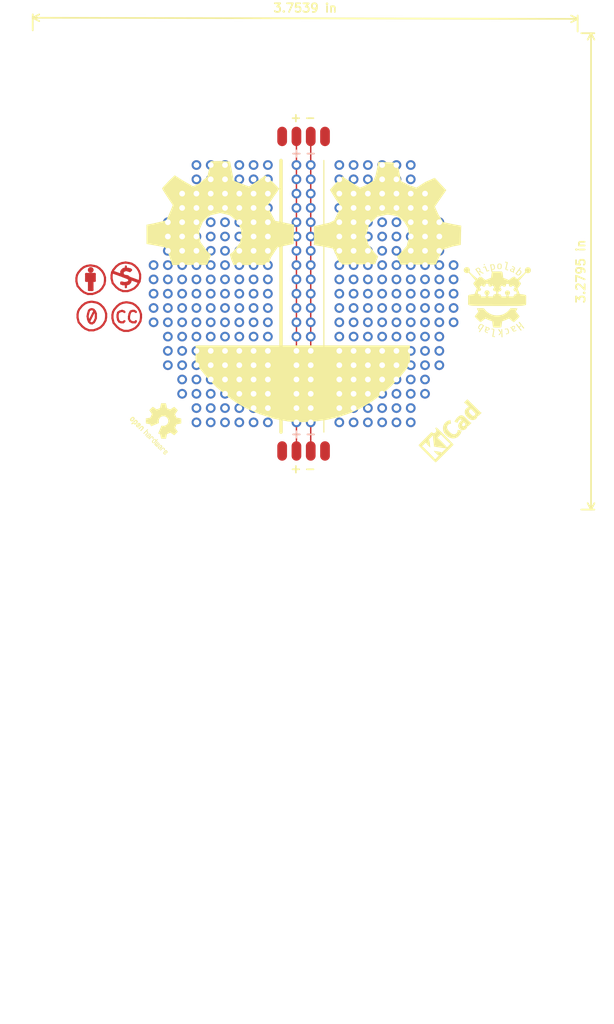
<source format=kicad_pcb>
(kicad_pcb (version 20171130) (host pcbnew no-vcs-found-1773985~61~ubuntu16.04.1)
  (layers (0 F.Cu signal) (31 B.Cu signal) (34 B.Paste user) (35 F.Paste user) (36 B.SilkS user) (37 F.SilkS user) (38 B.Mask user) (39 F.Mask user) (44 Edge.Cuts user))
  (net 0 "")
  (module mi_protoboard:conector_oval (layer F.Cu) (at 142.70066 125.8001)
    (fp_text reference REF** hide)
    (fp_text value conector_oval hide)
    (pad 1 connect oval (at 0 0) (size 1.7 3.4) (layers F.Cu F.Mask))
  )
  (module mi_protoboard:conector_oval (layer F.Cu) (at 145.20066 125.8001)
    (fp_text reference REF** hide)
    (fp_text value conector_oval hide)
    (pad 1 connect oval (at 0 0) (size 1.7 3.4) (layers F.Cu F.Mask))
  )
  (module mi_protoboard:conector_oval (layer F.Cu) (at 147.70066 125.8001)
    (fp_text reference REF** hide)
    (fp_text value conector_oval hide)
    (pad 1 connect oval (at 0 0) (size 1.7 3.4) (layers F.Cu F.Mask))
  )
  (module mi_protoboard:conector_oval (layer F.Cu) (at 140.20066 125.8001)
    (fp_text reference REF** hide)
    (fp_text value conector_oval hide)
    (pad 1 connect oval (at 0 0) (size 1.7 3.4) (layers F.Cu F.Mask))
  )
  (module mi_protoboard:conector_oval (layer F.Cu) (at 147.70066 70.8001)
    (fp_text reference REF** hide)
    (fp_text value conector_oval hide)
    (pad 1 connect oval (at 0 0) (size 1.7 3.4) (layers F.Cu F.Mask))
  )
  (module mi_protoboard:conector_oval (layer F.Cu) (at 145.20066 70.8001)
    (fp_text reference REF** hide)
    (fp_text value conector_oval hide)
    (pad 1 connect oval (at 0 0) (size 1.7 3.4) (layers F.Cu F.Mask))
  )
  (module mi_protoboard:conector_oval (layer F.Cu) (at 142.70066 70.8001)
    (fp_text reference REF** hide)
    (fp_text value conector_oval hide)
    (pad 1 connect oval (at 0 0) (size 1.7 3.4) (layers F.Cu F.Mask))
  )
  (module mi_protoboard:hole_circular (layer F.Cu) (at 117.70066 93.3001)
    (fp_text reference REF** hide)
    (fp_text value hole_circular hide)
    (pad 1 thru_hole oval (at 0 0) (size 1.7 1.7) (drill 1) (layers *.Cu *.Mask))
  )
  (module mi_protoboard:hole_circular (layer F.Cu) (at 117.70066 103.3001)
    (fp_text reference REF** hide)
    (fp_text value hole_circular hide)
    (pad 1 thru_hole oval (at 0 0) (size 1.7 1.7) (drill 1) (layers *.Cu *.Mask))
  )
  (module mi_protoboard:hole_circular (layer F.Cu) (at 117.70066 95.8001)
    (fp_text reference REF** hide)
    (fp_text value hole_circular hide)
    (pad 1 thru_hole oval (at 0 0) (size 1.7 1.7) (drill 1) (layers *.Cu *.Mask))
  )
  (module mi_protoboard:hole_circular (layer F.Cu) (at 117.70066 100.8001)
    (fp_text reference REF** hide)
    (fp_text value hole_circular hide)
    (pad 1 thru_hole oval (at 0 0) (size 1.7 1.7) (drill 1) (layers *.Cu *.Mask))
  )
  (module mi_protoboard:hole_circular (layer F.Cu) (at 117.70066 98.3001)
    (fp_text reference REF** hide)
    (fp_text value hole_circular hide)
    (pad 1 thru_hole oval (at 0 0) (size 1.7 1.7) (drill 1) (layers *.Cu *.Mask))
  )
  (module mi_protoboard:hole_circular (layer F.Cu) (at 170.20066 100.8001)
    (fp_text reference REF** hide)
    (fp_text value hole_circular hide)
    (pad 1 thru_hole oval (at 0 0) (size 1.7 1.7) (drill 1) (layers *.Cu *.Mask))
  )
  (module mi_protoboard:hole_circular (layer F.Cu) (at 170.20066 93.3001)
    (fp_text reference REF** hide)
    (fp_text value hole_circular hide)
    (pad 1 thru_hole oval (at 0 0) (size 1.7 1.7) (drill 1) (layers *.Cu *.Mask))
  )
  (module mi_protoboard:hole_circular (layer F.Cu) (at 170.20066 103.3001)
    (fp_text reference REF** hide)
    (fp_text value hole_circular hide)
    (pad 1 thru_hole oval (at 0 0) (size 1.7 1.7) (drill 1) (layers *.Cu *.Mask))
  )
  (module mi_protoboard:hole_circular (layer F.Cu) (at 170.20066 95.8001)
    (fp_text reference REF** hide)
    (fp_text value hole_circular hide)
    (pad 1 thru_hole oval (at 0 0) (size 1.7 1.7) (drill 1) (layers *.Cu *.Mask))
  )
  (module mi_protoboard:hole_circular (layer F.Cu) (at 170.20066 98.3001)
    (fp_text reference REF** hide)
    (fp_text value hole_circular hide)
    (pad 1 thru_hole oval (at 0 0) (size 1.7 1.7) (drill 1) (layers *.Cu *.Mask))
  )
  (module mi_protoboard:hole_circular (layer F.Cu) (at 165.20066 80.8001)
    (fp_text reference REF** hide)
    (fp_text value hole_circular hide)
    (pad 1 thru_hole oval (at 0 0) (size 1.7 1.7) (drill 1) (layers *.Cu *.Mask))
  )
  (module mi_protoboard:hole_circular (layer F.Cu) (at 165.20066 83.3001)
    (fp_text reference REF** hide)
    (fp_text value hole_circular hide)
    (pad 1 thru_hole oval (at 0 0) (size 1.7 1.7) (drill 1) (layers *.Cu *.Mask))
  )
  (module mi_protoboard:hole_circular (layer F.Cu) (at 132.70066 120.8001 180)
    (fp_text reference REF** hide)
    (fp_text value hole_circular hide)
    (pad 1 thru_hole oval (at 0 0 180) (size 1.7 1.7) (drill 1) (layers *.Cu *.Mask))
  )
  (module mi_protoboard:hole_circular (layer F.Cu) (at 135.20066 120.8001 180)
    (fp_text reference REF** hide)
    (fp_text value hole_circular hide)
    (pad 1 thru_hole oval (at 0 0 180) (size 1.7 1.7) (drill 1) (layers *.Cu *.Mask))
  )
  (module mi_protoboard:hole_circular (layer F.Cu) (at 135.20066 118.3001 180)
    (fp_text reference REF** hide)
    (fp_text value hole_circular hide)
    (pad 1 thru_hole oval (at 0 0 180) (size 1.7 1.7) (drill 1) (layers *.Cu *.Mask))
  )
  (module mi_protoboard:hole_circular (layer F.Cu) (at 162.70066 118.3001 180)
    (fp_text reference REF** hide)
    (fp_text value hole_circular hide)
    (pad 1 thru_hole oval (at 0 0 180) (size 1.7 1.7) (drill 1) (layers *.Cu *.Mask))
  )
  (module mi_protoboard:hole_circular (layer F.Cu) (at 125.20066 120.8001 180)
    (fp_text reference REF** hide)
    (fp_text value hole_circular hide)
    (pad 1 thru_hole oval (at 0 0 180) (size 1.7 1.7) (drill 1) (layers *.Cu *.Mask))
  )
  (module mi_protoboard:hole_circular (layer F.Cu) (at 125.20066 118.3001 180)
    (fp_text reference REF** hide)
    (fp_text value hole_circular hide)
    (pad 1 thru_hole oval (at 0 0 180) (size 1.7 1.7) (drill 1) (layers *.Cu *.Mask))
  )
  (module mi_protoboard:hole_circular (layer F.Cu) (at 127.70066 118.3001 180)
    (fp_text reference REF** hide)
    (fp_text value hole_circular hide)
    (pad 1 thru_hole oval (at 0 0 180) (size 1.7 1.7) (drill 1) (layers *.Cu *.Mask))
  )
  (module mi_protoboard:hole_circular (layer F.Cu) (at 157.70066 120.8001 180)
    (fp_text reference REF** hide)
    (fp_text value hole_circular hide)
    (pad 1 thru_hole oval (at 0 0 180) (size 1.7 1.7) (drill 1) (layers *.Cu *.Mask))
  )
  (module mi_protoboard:hole_circular (layer F.Cu) (at 155.20066 120.8001 180)
    (fp_text reference REF** hide)
    (fp_text value hole_circular hide)
    (pad 1 thru_hole oval (at 0 0 180) (size 1.7 1.7) (drill 1) (layers *.Cu *.Mask))
  )
  (module mi_protoboard:hole_circular (layer F.Cu) (at 155.20066 118.3001 180)
    (fp_text reference REF** hide)
    (fp_text value hole_circular hide)
    (pad 1 thru_hole oval (at 0 0 180) (size 1.7 1.7) (drill 1) (layers *.Cu *.Mask))
  )
  (module mi_protoboard:hole_circular (layer F.Cu) (at 130.20066 120.8001 180)
    (fp_text reference REF** hide)
    (fp_text value hole_circular hide)
    (pad 1 thru_hole oval (at 0 0 180) (size 1.7 1.7) (drill 1) (layers *.Cu *.Mask))
  )
  (module mi_protoboard:hole_circular (layer F.Cu) (at 130.20066 118.3001 180)
    (fp_text reference REF** hide)
    (fp_text value hole_circular hide)
    (pad 1 thru_hole oval (at 0 0 180) (size 1.7 1.7) (drill 1) (layers *.Cu *.Mask))
  )
  (module mi_protoboard:hole_circular (layer F.Cu) (at 162.70066 120.8001 180)
    (fp_text reference REF** hide)
    (fp_text value hole_circular hide)
    (pad 1 thru_hole oval (at 0 0 180) (size 1.7 1.7) (drill 1) (layers *.Cu *.Mask))
  )
  (module mi_protoboard:hole_circular (layer F.Cu) (at 160.20066 118.3001 180)
    (fp_text reference REF** hide)
    (fp_text value hole_circular hide)
    (pad 1 thru_hole oval (at 0 0 180) (size 1.7 1.7) (drill 1) (layers *.Cu *.Mask))
  )
  (module mi_protoboard:hole_circular (layer F.Cu) (at 145.20066 120.8001 180)
    (fp_text reference REF** hide)
    (fp_text value hole_circular hide)
    (pad 1 thru_hole oval (at 0 0 180) (size 1.7 1.7) (drill 1) (layers *.Cu *.Mask))
  )
  (module mi_protoboard:hole_circular (layer F.Cu) (at 157.70066 118.3001 180)
    (fp_text reference REF** hide)
    (fp_text value hole_circular hide)
    (pad 1 thru_hole oval (at 0 0 180) (size 1.7 1.7) (drill 1) (layers *.Cu *.Mask))
  )
  (module mi_protoboard:hole_circular (layer F.Cu) (at 150.20066 120.8001 180)
    (fp_text reference REF** hide)
    (fp_text value hole_circular hide)
    (pad 1 thru_hole oval (at 0 0 180) (size 1.7 1.7) (drill 1) (layers *.Cu *.Mask))
  )
  (module mi_protoboard:hole_circular (layer F.Cu) (at 145.20066 118.3001 180)
    (fp_text reference REF** hide)
    (fp_text value hole_circular hide)
    (pad 1 thru_hole oval (at 0 0 180) (size 1.7 1.7) (drill 1) (layers *.Cu *.Mask))
  )
  (module mi_protoboard:hole_circular (layer F.Cu) (at 142.70066 118.3001 180)
    (fp_text reference REF** hide)
    (fp_text value hole_circular hide)
    (pad 1 thru_hole oval (at 0 0 180) (size 1.7 1.7) (drill 1) (layers *.Cu *.Mask))
  )
  (module mi_protoboard:hole_circular (layer F.Cu) (at 160.20066 120.8001 180)
    (fp_text reference REF** hide)
    (fp_text value hole_circular hide)
    (pad 1 thru_hole oval (at 0 0 180) (size 1.7 1.7) (drill 1) (layers *.Cu *.Mask))
  )
  (module mi_protoboard:hole_circular (layer F.Cu) (at 127.70066 120.8001 180)
    (fp_text reference REF** hide)
    (fp_text value hole_circular hide)
    (pad 1 thru_hole oval (at 0 0 180) (size 1.7 1.7) (drill 1) (layers *.Cu *.Mask))
  )
  (module mi_protoboard:hole_circular (layer F.Cu) (at 137.70066 120.8001 180)
    (fp_text reference REF** hide)
    (fp_text value hole_circular hide)
    (pad 1 thru_hole oval (at 0 0 180) (size 1.7 1.7) (drill 1) (layers *.Cu *.Mask))
  )
  (module mi_protoboard:hole_circular (layer F.Cu) (at 150.20066 118.3001 180)
    (fp_text reference REF** hide)
    (fp_text value hole_circular hide)
    (pad 1 thru_hole oval (at 0 0 180) (size 1.7 1.7) (drill 1) (layers *.Cu *.Mask))
  )
  (module mi_protoboard:hole_circular (layer F.Cu) (at 152.70066 120.8001 180)
    (fp_text reference REF** hide)
    (fp_text value hole_circular hide)
    (pad 1 thru_hole oval (at 0 0 180) (size 1.7 1.7) (drill 1) (layers *.Cu *.Mask))
  )
  (module mi_protoboard:hole_circular (layer F.Cu) (at 142.70066 120.8001 180)
    (fp_text reference REF** hide)
    (fp_text value hole_circular hide)
    (pad 1 thru_hole oval (at 0 0 180) (size 1.7 1.7) (drill 1) (layers *.Cu *.Mask))
  )
  (module mi_protoboard:hole_circular (layer F.Cu) (at 137.70066 118.3001 180)
    (fp_text reference REF** hide)
    (fp_text value hole_circular hide)
    (pad 1 thru_hole oval (at 0 0 180) (size 1.7 1.7) (drill 1) (layers *.Cu *.Mask))
  )
  (module mi_protoboard:hole_circular (layer F.Cu) (at 132.70066 118.3001 180)
    (fp_text reference REF** hide)
    (fp_text value hole_circular hide)
    (pad 1 thru_hole oval (at 0 0 180) (size 1.7 1.7) (drill 1) (layers *.Cu *.Mask))
  )
  (module mi_protoboard:hole_circular (layer F.Cu) (at 152.70066 118.3001 180)
    (fp_text reference REF** hide)
    (fp_text value hole_circular hide)
    (pad 1 thru_hole oval (at 0 0 180) (size 1.7 1.7) (drill 1) (layers *.Cu *.Mask))
  )
  (module mi_protoboard:hole_circular (layer F.Cu) (at 157.70066 115.8001 180)
    (fp_text reference REF** hide)
    (fp_text value hole_circular hide)
    (pad 1 thru_hole oval (at 0 0 180) (size 1.7 1.7) (drill 1) (layers *.Cu *.Mask))
  )
  (module mi_protoboard:hole_circular (layer F.Cu) (at 160.20066 115.8001 180)
    (fp_text reference REF** hide)
    (fp_text value hole_circular hide)
    (pad 1 thru_hole oval (at 0 0 180) (size 1.7 1.7) (drill 1) (layers *.Cu *.Mask))
  )
  (module mi_protoboard:hole_circular (layer F.Cu) (at 160.20066 113.3001 180)
    (fp_text reference REF** hide)
    (fp_text value hole_circular hide)
    (pad 1 thru_hole oval (at 0 0 180) (size 1.7 1.7) (drill 1) (layers *.Cu *.Mask))
  )
  (module mi_protoboard:hole_circular (layer F.Cu) (at 150.20066 115.8001 180)
    (fp_text reference REF** hide)
    (fp_text value hole_circular hide)
    (pad 1 thru_hole oval (at 0 0 180) (size 1.7 1.7) (drill 1) (layers *.Cu *.Mask))
  )
  (module mi_protoboard:hole_circular (layer F.Cu) (at 150.20066 113.3001 180)
    (fp_text reference REF** hide)
    (fp_text value hole_circular hide)
    (pad 1 thru_hole oval (at 0 0 180) (size 1.7 1.7) (drill 1) (layers *.Cu *.Mask))
  )
  (module mi_protoboard:hole_circular (layer F.Cu) (at 152.70066 113.3001 180)
    (fp_text reference REF** hide)
    (fp_text value hole_circular hide)
    (pad 1 thru_hole oval (at 0 0 180) (size 1.7 1.7) (drill 1) (layers *.Cu *.Mask))
  )
  (module mi_protoboard:hole_circular (layer F.Cu) (at 165.20066 113.3001 180)
    (fp_text reference REF** hide)
    (fp_text value hole_circular hide)
    (pad 1 thru_hole oval (at 0 0 180) (size 1.7 1.7) (drill 1) (layers *.Cu *.Mask))
  )
  (module mi_protoboard:hole_circular (layer F.Cu) (at 155.20066 115.8001 180)
    (fp_text reference REF** hide)
    (fp_text value hole_circular hide)
    (pad 1 thru_hole oval (at 0 0 180) (size 1.7 1.7) (drill 1) (layers *.Cu *.Mask))
  )
  (module mi_protoboard:hole_circular (layer F.Cu) (at 155.20066 113.3001 180)
    (fp_text reference REF** hide)
    (fp_text value hole_circular hide)
    (pad 1 thru_hole oval (at 0 0 180) (size 1.7 1.7) (drill 1) (layers *.Cu *.Mask))
  )
  (module mi_protoboard:hole_circular (layer F.Cu) (at 152.70066 115.8001 180)
    (fp_text reference REF** hide)
    (fp_text value hole_circular hide)
    (pad 1 thru_hole oval (at 0 0 180) (size 1.7 1.7) (drill 1) (layers *.Cu *.Mask))
  )
  (module mi_protoboard:hole_circular (layer F.Cu) (at 145.20066 113.3001 180)
    (fp_text reference REF** hide)
    (fp_text value hole_circular hide)
    (pad 1 thru_hole oval (at 0 0 180) (size 1.7 1.7) (drill 1) (layers *.Cu *.Mask))
  )
  (module mi_protoboard:hole_circular (layer F.Cu) (at 162.70066 115.8001 180)
    (fp_text reference REF** hide)
    (fp_text value hole_circular hide)
    (pad 1 thru_hole oval (at 0 0 180) (size 1.7 1.7) (drill 1) (layers *.Cu *.Mask))
  )
  (module mi_protoboard:hole_circular (layer F.Cu) (at 165.20066 115.8001 180)
    (fp_text reference REF** hide)
    (fp_text value hole_circular hide)
    (pad 1 thru_hole oval (at 0 0 180) (size 1.7 1.7) (drill 1) (layers *.Cu *.Mask))
  )
  (module mi_protoboard:hole_circular (layer F.Cu) (at 145.20066 115.8001 180)
    (fp_text reference REF** hide)
    (fp_text value hole_circular hide)
    (pad 1 thru_hole oval (at 0 0 180) (size 1.7 1.7) (drill 1) (layers *.Cu *.Mask))
  )
  (module mi_protoboard:hole_circular (layer F.Cu) (at 162.70066 113.3001 180)
    (fp_text reference REF** hide)
    (fp_text value hole_circular hide)
    (pad 1 thru_hole oval (at 0 0 180) (size 1.7 1.7) (drill 1) (layers *.Cu *.Mask))
  )
  (module mi_protoboard:hole_circular (layer F.Cu) (at 157.70066 113.3001 180)
    (fp_text reference REF** hide)
    (fp_text value hole_circular hide)
    (pad 1 thru_hole oval (at 0 0 180) (size 1.7 1.7) (drill 1) (layers *.Cu *.Mask))
  )
  (module mi_protoboard:hole_circular (layer F.Cu) (at 125.20066 113.3001 180)
    (fp_text reference REF** hide)
    (fp_text value hole_circular hide)
    (pad 1 thru_hole oval (at 0 0 180) (size 1.7 1.7) (drill 1) (layers *.Cu *.Mask))
  )
  (module mi_protoboard:hole_circular (layer F.Cu) (at 130.20066 115.8001 180)
    (fp_text reference REF** hide)
    (fp_text value hole_circular hide)
    (pad 1 thru_hole oval (at 0 0 180) (size 1.7 1.7) (drill 1) (layers *.Cu *.Mask))
  )
  (module mi_protoboard:hole_circular (layer F.Cu) (at 122.70066 113.3001 180)
    (fp_text reference REF** hide)
    (fp_text value hole_circular hide)
    (pad 1 thru_hole oval (at 0 0 180) (size 1.7 1.7) (drill 1) (layers *.Cu *.Mask))
  )
  (module mi_protoboard:hole_circular (layer F.Cu) (at 142.70066 115.8001 180)
    (fp_text reference REF** hide)
    (fp_text value hole_circular hide)
    (pad 1 thru_hole oval (at 0 0 180) (size 1.7 1.7) (drill 1) (layers *.Cu *.Mask))
  )
  (module mi_protoboard:hole_circular (layer F.Cu) (at 122.70066 115.8001 180)
    (fp_text reference REF** hide)
    (fp_text value hole_circular hide)
    (pad 1 thru_hole oval (at 0 0 180) (size 1.7 1.7) (drill 1) (layers *.Cu *.Mask))
  )
  (module mi_protoboard:hole_circular (layer F.Cu) (at 142.70066 113.3001 180)
    (fp_text reference REF** hide)
    (fp_text value hole_circular hide)
    (pad 1 thru_hole oval (at 0 0 180) (size 1.7 1.7) (drill 1) (layers *.Cu *.Mask))
  )
  (module mi_protoboard:hole_circular (layer F.Cu) (at 132.70066 115.8001 180)
    (fp_text reference REF** hide)
    (fp_text value hole_circular hide)
    (pad 1 thru_hole oval (at 0 0 180) (size 1.7 1.7) (drill 1) (layers *.Cu *.Mask))
  )
  (module mi_protoboard:hole_circular (layer F.Cu) (at 135.20066 115.8001 180)
    (fp_text reference REF** hide)
    (fp_text value hole_circular hide)
    (pad 1 thru_hole oval (at 0 0 180) (size 1.7 1.7) (drill 1) (layers *.Cu *.Mask))
  )
  (module mi_protoboard:hole_circular (layer F.Cu) (at 137.70066 115.8001 180)
    (fp_text reference REF** hide)
    (fp_text value hole_circular hide)
    (pad 1 thru_hole oval (at 0 0 180) (size 1.7 1.7) (drill 1) (layers *.Cu *.Mask))
  )
  (module mi_protoboard:hole_circular (layer F.Cu) (at 127.70066 113.3001 180)
    (fp_text reference REF** hide)
    (fp_text value hole_circular hide)
    (pad 1 thru_hole oval (at 0 0 180) (size 1.7 1.7) (drill 1) (layers *.Cu *.Mask))
  )
  (module mi_protoboard:hole_circular (layer F.Cu) (at 130.20066 113.3001 180)
    (fp_text reference REF** hide)
    (fp_text value hole_circular hide)
    (pad 1 thru_hole oval (at 0 0 180) (size 1.7 1.7) (drill 1) (layers *.Cu *.Mask))
  )
  (module mi_protoboard:hole_circular (layer F.Cu) (at 125.20066 115.8001 180)
    (fp_text reference REF** hide)
    (fp_text value hole_circular hide)
    (pad 1 thru_hole oval (at 0 0 180) (size 1.7 1.7) (drill 1) (layers *.Cu *.Mask))
  )
  (module mi_protoboard:hole_circular (layer F.Cu) (at 127.70066 115.8001 180)
    (fp_text reference REF** hide)
    (fp_text value hole_circular hide)
    (pad 1 thru_hole oval (at 0 0 180) (size 1.7 1.7) (drill 1) (layers *.Cu *.Mask))
  )
  (module mi_protoboard:hole_circular (layer F.Cu) (at 132.70066 113.3001 180)
    (fp_text reference REF** hide)
    (fp_text value hole_circular hide)
    (pad 1 thru_hole oval (at 0 0 180) (size 1.7 1.7) (drill 1) (layers *.Cu *.Mask))
  )
  (module mi_protoboard:hole_circular (layer F.Cu) (at 135.20066 113.3001 180)
    (fp_text reference REF** hide)
    (fp_text value hole_circular hide)
    (pad 1 thru_hole oval (at 0 0 180) (size 1.7 1.7) (drill 1) (layers *.Cu *.Mask))
  )
  (module mi_protoboard:hole_circular (layer F.Cu) (at 137.70066 113.3001 180)
    (fp_text reference REF** hide)
    (fp_text value hole_circular hide)
    (pad 1 thru_hole oval (at 0 0 180) (size 1.7 1.7) (drill 1) (layers *.Cu *.Mask))
  )
  (module mi_protoboard:hole_circular (layer F.Cu) (at 155.20066 100.8001)
    (fp_text reference REF** hide)
    (fp_text value hole_circular hide)
    (pad 1 thru_hole oval (at 0 0) (size 1.7 1.7) (drill 1) (layers *.Cu *.Mask))
  )
  (module mi_protoboard:hole_circular (layer F.Cu) (at 142.70066 100.8001)
    (fp_text reference REF** hide)
    (fp_text value hole_circular hide)
    (pad 1 thru_hole oval (at 0 0) (size 1.7 1.7) (drill 1) (layers *.Cu *.Mask))
  )
  (module mi_protoboard:hole_circular (layer F.Cu) (at 150.20066 103.3001)
    (fp_text reference REF** hide)
    (fp_text value hole_circular hide)
    (pad 1 thru_hole oval (at 0 0) (size 1.7 1.7) (drill 1) (layers *.Cu *.Mask))
  )
  (module mi_protoboard:hole_circular (layer F.Cu) (at 132.70066 100.8001)
    (fp_text reference REF** hide)
    (fp_text value hole_circular hide)
    (pad 1 thru_hole oval (at 0 0) (size 1.7 1.7) (drill 1) (layers *.Cu *.Mask))
  )
  (module mi_protoboard:hole_circular (layer F.Cu) (at 125.20066 105.8001)
    (fp_text reference REF** hide)
    (fp_text value hole_circular hide)
    (pad 1 thru_hole oval (at 0 0) (size 1.7 1.7) (drill 1) (layers *.Cu *.Mask))
  )
  (module mi_protoboard:hole_circular (layer F.Cu) (at 122.70066 105.8001)
    (fp_text reference REF** hide)
    (fp_text value hole_circular hide)
    (pad 1 thru_hole oval (at 0 0) (size 1.7 1.7) (drill 1) (layers *.Cu *.Mask))
  )
  (module mi_protoboard:hole_circular (layer F.Cu) (at 132.70066 105.8001)
    (fp_text reference REF** hide)
    (fp_text value hole_circular hide)
    (pad 1 thru_hole oval (at 0 0) (size 1.7 1.7) (drill 1) (layers *.Cu *.Mask))
  )
  (module mi_protoboard:hole_circular (layer F.Cu) (at 145.20066 110.8001)
    (fp_text reference REF** hide)
    (fp_text value hole_circular hide)
    (pad 1 thru_hole oval (at 0 0) (size 1.7 1.7) (drill 1) (layers *.Cu *.Mask))
  )
  (module mi_protoboard:hole_circular (layer F.Cu) (at 137.70066 110.8001)
    (fp_text reference REF** hide)
    (fp_text value hole_circular hide)
    (pad 1 thru_hole oval (at 0 0) (size 1.7 1.7) (drill 1) (layers *.Cu *.Mask))
  )
  (module mi_protoboard:hole_circular (layer F.Cu) (at 135.20066 100.8001)
    (fp_text reference REF** hide)
    (fp_text value hole_circular hide)
    (pad 1 thru_hole oval (at 0 0) (size 1.7 1.7) (drill 1) (layers *.Cu *.Mask))
  )
  (module mi_protoboard:hole_circular (layer F.Cu) (at 142.70066 110.8001)
    (fp_text reference REF** hide)
    (fp_text value hole_circular hide)
    (pad 1 thru_hole oval (at 0 0) (size 1.7 1.7) (drill 1) (layers *.Cu *.Mask))
  )
  (module mi_protoboard:hole_circular (layer F.Cu) (at 145.20066 108.3001)
    (fp_text reference REF** hide)
    (fp_text value hole_circular hide)
    (pad 1 thru_hole oval (at 0 0) (size 1.7 1.7) (drill 1) (layers *.Cu *.Mask))
  )
  (module mi_protoboard:hole_circular (layer F.Cu) (at 122.70066 108.3001)
    (fp_text reference REF** hide)
    (fp_text value hole_circular hide)
    (pad 1 thru_hole oval (at 0 0) (size 1.7 1.7) (drill 1) (layers *.Cu *.Mask))
  )
  (module mi_protoboard:hole_circular (layer F.Cu) (at 120.20066 108.3001)
    (fp_text reference REF** hide)
    (fp_text value hole_circular hide)
    (pad 1 thru_hole oval (at 0 0) (size 1.7 1.7) (drill 1) (layers *.Cu *.Mask))
  )
  (module mi_protoboard:hole_circular (layer F.Cu) (at 162.70066 103.3001)
    (fp_text reference REF** hide)
    (fp_text value hole_circular hide)
    (pad 1 thru_hole oval (at 0 0) (size 1.7 1.7) (drill 1) (layers *.Cu *.Mask))
  )
  (module mi_protoboard:hole_circular (layer F.Cu) (at 150.20066 100.8001)
    (fp_text reference REF** hide)
    (fp_text value hole_circular hide)
    (pad 1 thru_hole oval (at 0 0) (size 1.7 1.7) (drill 1) (layers *.Cu *.Mask))
  )
  (module mi_protoboard:hole_circular (layer F.Cu) (at 120.20066 100.8001)
    (fp_text reference REF** hide)
    (fp_text value hole_circular hide)
    (pad 1 thru_hole oval (at 0 0) (size 1.7 1.7) (drill 1) (layers *.Cu *.Mask))
  )
  (module mi_protoboard:hole_circular (layer F.Cu) (at 142.70066 108.3001)
    (fp_text reference REF** hide)
    (fp_text value hole_circular hide)
    (pad 1 thru_hole oval (at 0 0) (size 1.7 1.7) (drill 1) (layers *.Cu *.Mask))
  )
  (module mi_protoboard:hole_circular (layer F.Cu) (at 152.70066 100.8001)
    (fp_text reference REF** hide)
    (fp_text value hole_circular hide)
    (pad 1 thru_hole oval (at 0 0) (size 1.7 1.7) (drill 1) (layers *.Cu *.Mask))
  )
  (module mi_protoboard:hole_circular (layer F.Cu) (at 167.70066 108.3001)
    (fp_text reference REF** hide)
    (fp_text value hole_circular hide)
    (pad 1 thru_hole oval (at 0 0) (size 1.7 1.7) (drill 1) (layers *.Cu *.Mask))
  )
  (module mi_protoboard:hole_circular (layer F.Cu) (at 142.70066 105.8001)
    (fp_text reference REF** hide)
    (fp_text value hole_circular hide)
    (pad 1 thru_hole oval (at 0 0) (size 1.7 1.7) (drill 1) (layers *.Cu *.Mask))
  )
  (module mi_protoboard:hole_circular (layer F.Cu) (at 137.70066 100.8001)
    (fp_text reference REF** hide)
    (fp_text value hole_circular hide)
    (pad 1 thru_hole oval (at 0 0) (size 1.7 1.7) (drill 1) (layers *.Cu *.Mask))
  )
  (module mi_protoboard:hole_circular (layer F.Cu) (at 120.20066 105.8001)
    (fp_text reference REF** hide)
    (fp_text value hole_circular hide)
    (pad 1 thru_hole oval (at 0 0) (size 1.7 1.7) (drill 1) (layers *.Cu *.Mask))
  )
  (module mi_protoboard:hole_circular (layer F.Cu) (at 130.20066 103.3001)
    (fp_text reference REF** hide)
    (fp_text value hole_circular hide)
    (pad 1 thru_hole oval (at 0 0) (size 1.7 1.7) (drill 1) (layers *.Cu *.Mask))
  )
  (module mi_protoboard:hole_circular (layer F.Cu) (at 127.70066 103.3001)
    (fp_text reference REF** hide)
    (fp_text value hole_circular hide)
    (pad 1 thru_hole oval (at 0 0) (size 1.7 1.7) (drill 1) (layers *.Cu *.Mask))
  )
  (module mi_protoboard:hole_circular (layer F.Cu) (at 125.20066 103.3001)
    (fp_text reference REF** hide)
    (fp_text value hole_circular hide)
    (pad 1 thru_hole oval (at 0 0) (size 1.7 1.7) (drill 1) (layers *.Cu *.Mask))
  )
  (module mi_protoboard:hole_circular (layer F.Cu) (at 145.20066 100.8001)
    (fp_text reference REF** hide)
    (fp_text value hole_circular hide)
    (pad 1 thru_hole oval (at 0 0) (size 1.7 1.7) (drill 1) (layers *.Cu *.Mask))
  )
  (module mi_protoboard:hole_circular (layer F.Cu) (at 167.70066 103.3001)
    (fp_text reference REF** hide)
    (fp_text value hole_circular hide)
    (pad 1 thru_hole oval (at 0 0) (size 1.7 1.7) (drill 1) (layers *.Cu *.Mask))
  )
  (module mi_protoboard:hole_circular (layer F.Cu) (at 145.20066 103.3001)
    (fp_text reference REF** hide)
    (fp_text value hole_circular hide)
    (pad 1 thru_hole oval (at 0 0) (size 1.7 1.7) (drill 1) (layers *.Cu *.Mask))
  )
  (module mi_protoboard:hole_circular (layer F.Cu) (at 165.20066 105.8001)
    (fp_text reference REF** hide)
    (fp_text value hole_circular hide)
    (pad 1 thru_hole oval (at 0 0) (size 1.7 1.7) (drill 1) (layers *.Cu *.Mask))
  )
  (module mi_protoboard:hole_circular (layer F.Cu) (at 165.20066 103.3001)
    (fp_text reference REF** hide)
    (fp_text value hole_circular hide)
    (pad 1 thru_hole oval (at 0 0) (size 1.7 1.7) (drill 1) (layers *.Cu *.Mask))
  )
  (module mi_protoboard:hole_circular (layer F.Cu) (at 157.70066 100.8001)
    (fp_text reference REF** hide)
    (fp_text value hole_circular hide)
    (pad 1 thru_hole oval (at 0 0) (size 1.7 1.7) (drill 1) (layers *.Cu *.Mask))
  )
  (module mi_protoboard:hole_circular (layer F.Cu) (at 135.20066 105.8001)
    (fp_text reference REF** hide)
    (fp_text value hole_circular hide)
    (pad 1 thru_hole oval (at 0 0) (size 1.7 1.7) (drill 1) (layers *.Cu *.Mask))
  )
  (module mi_protoboard:hole_circular (layer F.Cu) (at 132.70066 103.3001)
    (fp_text reference REF** hide)
    (fp_text value hole_circular hide)
    (pad 1 thru_hole oval (at 0 0) (size 1.7 1.7) (drill 1) (layers *.Cu *.Mask))
  )
  (module mi_protoboard:hole_circular (layer F.Cu) (at 122.70066 103.3001)
    (fp_text reference REF** hide)
    (fp_text value hole_circular hide)
    (pad 1 thru_hole oval (at 0 0) (size 1.7 1.7) (drill 1) (layers *.Cu *.Mask))
  )
  (module mi_protoboard:hole_circular (layer F.Cu) (at 120.20066 103.3001)
    (fp_text reference REF** hide)
    (fp_text value hole_circular hide)
    (pad 1 thru_hole oval (at 0 0) (size 1.7 1.7) (drill 1) (layers *.Cu *.Mask))
  )
  (module mi_protoboard:hole_circular (layer F.Cu) (at 122.70066 110.8001)
    (fp_text reference REF** hide)
    (fp_text value hole_circular hide)
    (pad 1 thru_hole oval (at 0 0) (size 1.7 1.7) (drill 1) (layers *.Cu *.Mask))
  )
  (module mi_protoboard:hole_circular (layer F.Cu) (at 120.20066 110.8001)
    (fp_text reference REF** hide)
    (fp_text value hole_circular hide)
    (pad 1 thru_hole oval (at 0 0) (size 1.7 1.7) (drill 1) (layers *.Cu *.Mask))
  )
  (module mi_protoboard:hole_circular (layer F.Cu) (at 130.20066 108.3001)
    (fp_text reference REF** hide)
    (fp_text value hole_circular hide)
    (pad 1 thru_hole oval (at 0 0) (size 1.7 1.7) (drill 1) (layers *.Cu *.Mask))
  )
  (module mi_protoboard:hole_circular (layer F.Cu) (at 155.20066 108.3001)
    (fp_text reference REF** hide)
    (fp_text value hole_circular hide)
    (pad 1 thru_hole oval (at 0 0) (size 1.7 1.7) (drill 1) (layers *.Cu *.Mask))
  )
  (module mi_protoboard:hole_circular (layer F.Cu) (at 152.70066 105.8001)
    (fp_text reference REF** hide)
    (fp_text value hole_circular hide)
    (pad 1 thru_hole oval (at 0 0) (size 1.7 1.7) (drill 1) (layers *.Cu *.Mask))
  )
  (module mi_protoboard:hole_circular (layer F.Cu) (at 137.70066 105.8001)
    (fp_text reference REF** hide)
    (fp_text value hole_circular hide)
    (pad 1 thru_hole oval (at 0 0) (size 1.7 1.7) (drill 1) (layers *.Cu *.Mask))
  )
  (module mi_protoboard:hole_circular (layer F.Cu) (at 137.70066 103.3001)
    (fp_text reference REF** hide)
    (fp_text value hole_circular hide)
    (pad 1 thru_hole oval (at 0 0) (size 1.7 1.7) (drill 1) (layers *.Cu *.Mask))
  )
  (module mi_protoboard:hole_circular (layer F.Cu) (at 157.70066 108.3001)
    (fp_text reference REF** hide)
    (fp_text value hole_circular hide)
    (pad 1 thru_hole oval (at 0 0) (size 1.7 1.7) (drill 1) (layers *.Cu *.Mask))
  )
  (module mi_protoboard:hole_circular (layer F.Cu) (at 155.20066 103.3001)
    (fp_text reference REF** hide)
    (fp_text value hole_circular hide)
    (pad 1 thru_hole oval (at 0 0) (size 1.7 1.7) (drill 1) (layers *.Cu *.Mask))
  )
  (module mi_protoboard:hole_circular (layer F.Cu) (at 135.20066 110.8001)
    (fp_text reference REF** hide)
    (fp_text value hole_circular hide)
    (pad 1 thru_hole oval (at 0 0) (size 1.7 1.7) (drill 1) (layers *.Cu *.Mask))
  )
  (module mi_protoboard:hole_circular (layer F.Cu) (at 132.70066 110.8001)
    (fp_text reference REF** hide)
    (fp_text value hole_circular hide)
    (pad 1 thru_hole oval (at 0 0) (size 1.7 1.7) (drill 1) (layers *.Cu *.Mask))
  )
  (module mi_protoboard:hole_circular (layer F.Cu) (at 137.70066 108.3001)
    (fp_text reference REF** hide)
    (fp_text value hole_circular hide)
    (pad 1 thru_hole oval (at 0 0) (size 1.7 1.7) (drill 1) (layers *.Cu *.Mask))
  )
  (module mi_protoboard:hole_circular (layer F.Cu) (at 135.20066 108.3001)
    (fp_text reference REF** hide)
    (fp_text value hole_circular hide)
    (pad 1 thru_hole oval (at 0 0) (size 1.7 1.7) (drill 1) (layers *.Cu *.Mask))
  )
  (module mi_protoboard:hole_circular (layer F.Cu) (at 160.20066 108.3001)
    (fp_text reference REF** hide)
    (fp_text value hole_circular hide)
    (pad 1 thru_hole oval (at 0 0) (size 1.7 1.7) (drill 1) (layers *.Cu *.Mask))
  )
  (module mi_protoboard:hole_circular (layer F.Cu) (at 157.70066 110.8001)
    (fp_text reference REF** hide)
    (fp_text value hole_circular hide)
    (pad 1 thru_hole oval (at 0 0) (size 1.7 1.7) (drill 1) (layers *.Cu *.Mask))
  )
  (module mi_protoboard:hole_circular (layer F.Cu) (at 155.20066 105.8001)
    (fp_text reference REF** hide)
    (fp_text value hole_circular hide)
    (pad 1 thru_hole oval (at 0 0) (size 1.7 1.7) (drill 1) (layers *.Cu *.Mask))
  )
  (module mi_protoboard:hole_circular (layer F.Cu) (at 150.20066 108.3001)
    (fp_text reference REF** hide)
    (fp_text value hole_circular hide)
    (pad 1 thru_hole oval (at 0 0) (size 1.7 1.7) (drill 1) (layers *.Cu *.Mask))
  )
  (module mi_protoboard:hole_circular (layer F.Cu) (at 167.70066 110.8001)
    (fp_text reference REF** hide)
    (fp_text value hole_circular hide)
    (pad 1 thru_hole oval (at 0 0) (size 1.7 1.7) (drill 1) (layers *.Cu *.Mask))
  )
  (module mi_protoboard:hole_circular (layer F.Cu) (at 142.70066 103.3001)
    (fp_text reference REF** hide)
    (fp_text value hole_circular hide)
    (pad 1 thru_hole oval (at 0 0) (size 1.7 1.7) (drill 1) (layers *.Cu *.Mask))
  )
  (module mi_protoboard:hole_circular (layer F.Cu) (at 152.70066 103.3001)
    (fp_text reference REF** hide)
    (fp_text value hole_circular hide)
    (pad 1 thru_hole oval (at 0 0) (size 1.7 1.7) (drill 1) (layers *.Cu *.Mask))
  )
  (module mi_protoboard:hole_circular (layer F.Cu) (at 162.70066 110.8001)
    (fp_text reference REF** hide)
    (fp_text value hole_circular hide)
    (pad 1 thru_hole oval (at 0 0) (size 1.7 1.7) (drill 1) (layers *.Cu *.Mask))
  )
  (module mi_protoboard:hole_circular (layer F.Cu) (at 167.70066 100.8001)
    (fp_text reference REF** hide)
    (fp_text value hole_circular hide)
    (pad 1 thru_hole oval (at 0 0) (size 1.7 1.7) (drill 1) (layers *.Cu *.Mask))
  )
  (module mi_protoboard:hole_circular (layer F.Cu) (at 132.70066 108.3001)
    (fp_text reference REF** hide)
    (fp_text value hole_circular hide)
    (pad 1 thru_hole oval (at 0 0) (size 1.7 1.7) (drill 1) (layers *.Cu *.Mask))
  )
  (module mi_protoboard:hole_circular (layer F.Cu) (at 125.20066 100.8001)
    (fp_text reference REF** hide)
    (fp_text value hole_circular hide)
    (pad 1 thru_hole oval (at 0 0) (size 1.7 1.7) (drill 1) (layers *.Cu *.Mask))
  )
  (module mi_protoboard:hole_circular (layer F.Cu) (at 165.20066 100.8001)
    (fp_text reference REF** hide)
    (fp_text value hole_circular hide)
    (pad 1 thru_hole oval (at 0 0) (size 1.7 1.7) (drill 1) (layers *.Cu *.Mask))
  )
  (module mi_protoboard:hole_circular (layer F.Cu) (at 130.20066 105.8001)
    (fp_text reference REF** hide)
    (fp_text value hole_circular hide)
    (pad 1 thru_hole oval (at 0 0) (size 1.7 1.7) (drill 1) (layers *.Cu *.Mask))
  )
  (module mi_protoboard:hole_circular (layer F.Cu) (at 127.70066 105.8001)
    (fp_text reference REF** hide)
    (fp_text value hole_circular hide)
    (pad 1 thru_hole oval (at 0 0) (size 1.7 1.7) (drill 1) (layers *.Cu *.Mask))
  )
  (module mi_protoboard:hole_circular (layer F.Cu) (at 160.20066 110.8001)
    (fp_text reference REF** hide)
    (fp_text value hole_circular hide)
    (pad 1 thru_hole oval (at 0 0) (size 1.7 1.7) (drill 1) (layers *.Cu *.Mask))
  )
  (module mi_protoboard:hole_circular (layer F.Cu) (at 127.70066 108.3001)
    (fp_text reference REF** hide)
    (fp_text value hole_circular hide)
    (pad 1 thru_hole oval (at 0 0) (size 1.7 1.7) (drill 1) (layers *.Cu *.Mask))
  )
  (module mi_protoboard:hole_circular (layer F.Cu) (at 125.20066 108.3001)
    (fp_text reference REF** hide)
    (fp_text value hole_circular hide)
    (pad 1 thru_hole oval (at 0 0) (size 1.7 1.7) (drill 1) (layers *.Cu *.Mask))
  )
  (module mi_protoboard:hole_circular (layer F.Cu) (at 145.20066 105.8001)
    (fp_text reference REF** hide)
    (fp_text value hole_circular hide)
    (pad 1 thru_hole oval (at 0 0) (size 1.7 1.7) (drill 1) (layers *.Cu *.Mask))
  )
  (module mi_protoboard:hole_circular (layer F.Cu) (at 157.70066 103.3001)
    (fp_text reference REF** hide)
    (fp_text value hole_circular hide)
    (pad 1 thru_hole oval (at 0 0) (size 1.7 1.7) (drill 1) (layers *.Cu *.Mask))
  )
  (module mi_protoboard:hole_circular (layer F.Cu) (at 160.20066 100.8001)
    (fp_text reference REF** hide)
    (fp_text value hole_circular hide)
    (pad 1 thru_hole oval (at 0 0) (size 1.7 1.7) (drill 1) (layers *.Cu *.Mask))
  )
  (module mi_protoboard:hole_circular (layer F.Cu) (at 150.20066 105.8001)
    (fp_text reference REF** hide)
    (fp_text value hole_circular hide)
    (pad 1 thru_hole oval (at 0 0) (size 1.7 1.7) (drill 1) (layers *.Cu *.Mask))
  )
  (module mi_protoboard:hole_circular (layer F.Cu) (at 167.70066 105.8001)
    (fp_text reference REF** hide)
    (fp_text value hole_circular hide)
    (pad 1 thru_hole oval (at 0 0) (size 1.7 1.7) (drill 1) (layers *.Cu *.Mask))
  )
  (module mi_protoboard:hole_circular (layer F.Cu) (at 162.70066 108.3001)
    (fp_text reference REF** hide)
    (fp_text value hole_circular hide)
    (pad 1 thru_hole oval (at 0 0) (size 1.7 1.7) (drill 1) (layers *.Cu *.Mask))
  )
  (module mi_protoboard:hole_circular (layer F.Cu) (at 160.20066 105.8001)
    (fp_text reference REF** hide)
    (fp_text value hole_circular hide)
    (pad 1 thru_hole oval (at 0 0) (size 1.7 1.7) (drill 1) (layers *.Cu *.Mask))
  )
  (module mi_protoboard:hole_circular (layer F.Cu) (at 157.70066 105.8001)
    (fp_text reference REF** hide)
    (fp_text value hole_circular hide)
    (pad 1 thru_hole oval (at 0 0) (size 1.7 1.7) (drill 1) (layers *.Cu *.Mask))
  )
  (module mi_protoboard:hole_circular (layer F.Cu) (at 155.20066 110.8001)
    (fp_text reference REF** hide)
    (fp_text value hole_circular hide)
    (pad 1 thru_hole oval (at 0 0) (size 1.7 1.7) (drill 1) (layers *.Cu *.Mask))
  )
  (module mi_protoboard:hole_circular (layer F.Cu) (at 122.70066 100.8001)
    (fp_text reference REF** hide)
    (fp_text value hole_circular hide)
    (pad 1 thru_hole oval (at 0 0) (size 1.7 1.7) (drill 1) (layers *.Cu *.Mask))
  )
  (module mi_protoboard:hole_circular (layer F.Cu) (at 130.20066 100.8001)
    (fp_text reference REF** hide)
    (fp_text value hole_circular hide)
    (pad 1 thru_hole oval (at 0 0) (size 1.7 1.7) (drill 1) (layers *.Cu *.Mask))
  )
  (module mi_protoboard:hole_circular (layer F.Cu) (at 127.70066 100.8001)
    (fp_text reference REF** hide)
    (fp_text value hole_circular hide)
    (pad 1 thru_hole oval (at 0 0) (size 1.7 1.7) (drill 1) (layers *.Cu *.Mask))
  )
  (module mi_protoboard:hole_circular (layer F.Cu) (at 162.70066 105.8001)
    (fp_text reference REF** hide)
    (fp_text value hole_circular hide)
    (pad 1 thru_hole oval (at 0 0) (size 1.7 1.7) (drill 1) (layers *.Cu *.Mask))
  )
  (module mi_protoboard:hole_circular (layer F.Cu) (at 150.20066 110.8001)
    (fp_text reference REF** hide)
    (fp_text value hole_circular hide)
    (pad 1 thru_hole oval (at 0 0) (size 1.7 1.7) (drill 1) (layers *.Cu *.Mask))
  )
  (module mi_protoboard:hole_circular (layer F.Cu) (at 160.20066 103.3001)
    (fp_text reference REF** hide)
    (fp_text value hole_circular hide)
    (pad 1 thru_hole oval (at 0 0) (size 1.7 1.7) (drill 1) (layers *.Cu *.Mask))
  )
  (module mi_protoboard:hole_circular (layer F.Cu) (at 162.70066 100.8001)
    (fp_text reference REF** hide)
    (fp_text value hole_circular hide)
    (pad 1 thru_hole oval (at 0 0) (size 1.7 1.7) (drill 1) (layers *.Cu *.Mask))
  )
  (module mi_protoboard:hole_circular (layer F.Cu) (at 165.20066 108.3001)
    (fp_text reference REF** hide)
    (fp_text value hole_circular hide)
    (pad 1 thru_hole oval (at 0 0) (size 1.7 1.7) (drill 1) (layers *.Cu *.Mask))
  )
  (module mi_protoboard:hole_circular (layer F.Cu) (at 152.70066 110.8001)
    (fp_text reference REF** hide)
    (fp_text value hole_circular hide)
    (pad 1 thru_hole oval (at 0 0) (size 1.7 1.7) (drill 1) (layers *.Cu *.Mask))
  )
  (module mi_protoboard:hole_circular (layer F.Cu) (at 165.20066 110.8001)
    (fp_text reference REF** hide)
    (fp_text value hole_circular hide)
    (pad 1 thru_hole oval (at 0 0) (size 1.7 1.7) (drill 1) (layers *.Cu *.Mask))
  )
  (module mi_protoboard:hole_circular (layer F.Cu) (at 135.20066 103.3001)
    (fp_text reference REF** hide)
    (fp_text value hole_circular hide)
    (pad 1 thru_hole oval (at 0 0) (size 1.7 1.7) (drill 1) (layers *.Cu *.Mask))
  )
  (module mi_protoboard:hole_circular (layer F.Cu) (at 130.20066 110.8001)
    (fp_text reference REF** hide)
    (fp_text value hole_circular hide)
    (pad 1 thru_hole oval (at 0 0) (size 1.7 1.7) (drill 1) (layers *.Cu *.Mask))
  )
  (module mi_protoboard:hole_circular (layer F.Cu) (at 127.70066 110.8001)
    (fp_text reference REF** hide)
    (fp_text value hole_circular hide)
    (pad 1 thru_hole oval (at 0 0) (size 1.7 1.7) (drill 1) (layers *.Cu *.Mask))
  )
  (module mi_protoboard:hole_circular (layer F.Cu) (at 125.20066 110.8001)
    (fp_text reference REF** hide)
    (fp_text value hole_circular hide)
    (pad 1 thru_hole oval (at 0 0) (size 1.7 1.7) (drill 1) (layers *.Cu *.Mask))
  )
  (module mi_protoboard:hole_circular (layer F.Cu) (at 152.70066 108.3001)
    (fp_text reference REF** hide)
    (fp_text value hole_circular hide)
    (pad 1 thru_hole oval (at 0 0) (size 1.7 1.7) (drill 1) (layers *.Cu *.Mask))
  )
  (module mi_protoboard:hole_circular (layer F.Cu) (at 125.20066 93.3001)
    (fp_text reference REF** hide)
    (fp_text value hole_circular hide)
    (pad 1 thru_hole oval (at 0 0) (size 1.7 1.7) (drill 1) (layers *.Cu *.Mask))
  )
  (module mi_protoboard:hole_circular (layer F.Cu) (at 122.70066 93.3001)
    (fp_text reference REF** hide)
    (fp_text value hole_circular hide)
    (pad 1 thru_hole oval (at 0 0) (size 1.7 1.7) (drill 1) (layers *.Cu *.Mask))
  )
  (module mi_protoboard:hole_circular (layer F.Cu) (at 120.20066 93.3001)
    (fp_text reference REF** hide)
    (fp_text value hole_circular hide)
    (pad 1 thru_hole oval (at 0 0) (size 1.7 1.7) (drill 1) (layers *.Cu *.Mask))
  )
  (module mi_protoboard:hole_circular (layer F.Cu) (at 130.20066 90.8001)
    (fp_text reference REF** hide)
    (fp_text value hole_circular hide)
    (pad 1 thru_hole oval (at 0 0) (size 1.7 1.7) (drill 1) (layers *.Cu *.Mask))
  )
  (module mi_protoboard:hole_circular (layer F.Cu) (at 127.70066 90.8001)
    (fp_text reference REF** hide)
    (fp_text value hole_circular hide)
    (pad 1 thru_hole oval (at 0 0) (size 1.7 1.7) (drill 1) (layers *.Cu *.Mask))
  )
  (module mi_protoboard:hole_circular (layer F.Cu) (at 125.20066 90.8001)
    (fp_text reference REF** hide)
    (fp_text value hole_circular hide)
    (pad 1 thru_hole oval (at 0 0) (size 1.7 1.7) (drill 1) (layers *.Cu *.Mask))
  )
  (module mi_protoboard:hole_circular (layer F.Cu) (at 145.20066 88.3001)
    (fp_text reference REF** hide)
    (fp_text value hole_circular hide)
    (pad 1 thru_hole oval (at 0 0) (size 1.7 1.7) (drill 1) (layers *.Cu *.Mask))
  )
  (module mi_protoboard:hole_circular (layer F.Cu) (at 167.70066 90.8001)
    (fp_text reference REF** hide)
    (fp_text value hole_circular hide)
    (pad 1 thru_hole oval (at 0 0) (size 1.7 1.7) (drill 1) (layers *.Cu *.Mask))
  )
  (module mi_protoboard:hole_circular (layer F.Cu) (at 145.20066 90.8001)
    (fp_text reference REF** hide)
    (fp_text value hole_circular hide)
    (pad 1 thru_hole oval (at 0 0) (size 1.7 1.7) (drill 1) (layers *.Cu *.Mask))
  )
  (module mi_protoboard:hole_circular (layer F.Cu) (at 165.20066 93.3001)
    (fp_text reference REF** hide)
    (fp_text value hole_circular hide)
    (pad 1 thru_hole oval (at 0 0) (size 1.7 1.7) (drill 1) (layers *.Cu *.Mask))
  )
  (module mi_protoboard:hole_circular (layer F.Cu) (at 165.20066 90.8001)
    (fp_text reference REF** hide)
    (fp_text value hole_circular hide)
    (pad 1 thru_hole oval (at 0 0) (size 1.7 1.7) (drill 1) (layers *.Cu *.Mask))
  )
  (module mi_protoboard:hole_circular (layer F.Cu) (at 157.70066 88.3001)
    (fp_text reference REF** hide)
    (fp_text value hole_circular hide)
    (pad 1 thru_hole oval (at 0 0) (size 1.7 1.7) (drill 1) (layers *.Cu *.Mask))
  )
  (module mi_protoboard:hole_circular (layer F.Cu) (at 135.20066 98.3001)
    (fp_text reference REF** hide)
    (fp_text value hole_circular hide)
    (pad 1 thru_hole oval (at 0 0) (size 1.7 1.7) (drill 1) (layers *.Cu *.Mask))
  )
  (module mi_protoboard:hole_circular (layer F.Cu) (at 132.70066 98.3001)
    (fp_text reference REF** hide)
    (fp_text value hole_circular hide)
    (pad 1 thru_hole oval (at 0 0) (size 1.7 1.7) (drill 1) (layers *.Cu *.Mask))
  )
  (module mi_protoboard:hole_circular (layer F.Cu) (at 137.70066 95.8001)
    (fp_text reference REF** hide)
    (fp_text value hole_circular hide)
    (pad 1 thru_hole oval (at 0 0) (size 1.7 1.7) (drill 1) (layers *.Cu *.Mask))
  )
  (module mi_protoboard:hole_circular (layer F.Cu) (at 135.20066 95.8001)
    (fp_text reference REF** hide)
    (fp_text value hole_circular hide)
    (pad 1 thru_hole oval (at 0 0) (size 1.7 1.7) (drill 1) (layers *.Cu *.Mask))
  )
  (module mi_protoboard:hole_circular (layer F.Cu) (at 160.20066 95.8001)
    (fp_text reference REF** hide)
    (fp_text value hole_circular hide)
    (pad 1 thru_hole oval (at 0 0) (size 1.7 1.7) (drill 1) (layers *.Cu *.Mask))
  )
  (module mi_protoboard:hole_circular (layer F.Cu) (at 157.70066 98.3001)
    (fp_text reference REF** hide)
    (fp_text value hole_circular hide)
    (pad 1 thru_hole oval (at 0 0) (size 1.7 1.7) (drill 1) (layers *.Cu *.Mask))
  )
  (module mi_protoboard:hole_circular (layer F.Cu) (at 155.20066 93.3001)
    (fp_text reference REF** hide)
    (fp_text value hole_circular hide)
    (pad 1 thru_hole oval (at 0 0) (size 1.7 1.7) (drill 1) (layers *.Cu *.Mask))
  )
  (module mi_protoboard:hole_circular (layer F.Cu) (at 150.20066 95.8001)
    (fp_text reference REF** hide)
    (fp_text value hole_circular hide)
    (pad 1 thru_hole oval (at 0 0) (size 1.7 1.7) (drill 1) (layers *.Cu *.Mask))
  )
  (module mi_protoboard:hole_circular (layer F.Cu) (at 145.20066 93.3001)
    (fp_text reference REF** hide)
    (fp_text value hole_circular hide)
    (pad 1 thru_hole oval (at 0 0) (size 1.7 1.7) (drill 1) (layers *.Cu *.Mask))
  )
  (module mi_protoboard:hole_circular (layer F.Cu) (at 157.70066 90.8001)
    (fp_text reference REF** hide)
    (fp_text value hole_circular hide)
    (pad 1 thru_hole oval (at 0 0) (size 1.7 1.7) (drill 1) (layers *.Cu *.Mask))
  )
  (module mi_protoboard:hole_circular (layer F.Cu) (at 160.20066 88.3001)
    (fp_text reference REF** hide)
    (fp_text value hole_circular hide)
    (pad 1 thru_hole oval (at 0 0) (size 1.7 1.7) (drill 1) (layers *.Cu *.Mask))
  )
  (module mi_protoboard:hole_circular (layer F.Cu) (at 150.20066 93.3001)
    (fp_text reference REF** hide)
    (fp_text value hole_circular hide)
    (pad 1 thru_hole oval (at 0 0) (size 1.7 1.7) (drill 1) (layers *.Cu *.Mask))
  )
  (module mi_protoboard:hole_circular (layer F.Cu) (at 167.70066 93.3001)
    (fp_text reference REF** hide)
    (fp_text value hole_circular hide)
    (pad 1 thru_hole oval (at 0 0) (size 1.7 1.7) (drill 1) (layers *.Cu *.Mask))
  )
  (module mi_protoboard:hole_circular (layer F.Cu) (at 162.70066 95.8001)
    (fp_text reference REF** hide)
    (fp_text value hole_circular hide)
    (pad 1 thru_hole oval (at 0 0) (size 1.7 1.7) (drill 1) (layers *.Cu *.Mask))
  )
  (module mi_protoboard:hole_circular (layer F.Cu) (at 160.20066 93.3001)
    (fp_text reference REF** hide)
    (fp_text value hole_circular hide)
    (pad 1 thru_hole oval (at 0 0) (size 1.7 1.7) (drill 1) (layers *.Cu *.Mask))
  )
  (module mi_protoboard:hole_circular (layer F.Cu) (at 157.70066 93.3001)
    (fp_text reference REF** hide)
    (fp_text value hole_circular hide)
    (pad 1 thru_hole oval (at 0 0) (size 1.7 1.7) (drill 1) (layers *.Cu *.Mask))
  )
  (module mi_protoboard:hole_circular (layer F.Cu) (at 155.20066 98.3001)
    (fp_text reference REF** hide)
    (fp_text value hole_circular hide)
    (pad 1 thru_hole oval (at 0 0) (size 1.7 1.7) (drill 1) (layers *.Cu *.Mask))
  )
  (module mi_protoboard:hole_circular (layer F.Cu) (at 122.70066 88.3001)
    (fp_text reference REF** hide)
    (fp_text value hole_circular hide)
    (pad 1 thru_hole oval (at 0 0) (size 1.7 1.7) (drill 1) (layers *.Cu *.Mask))
  )
  (module mi_protoboard:hole_circular (layer F.Cu) (at 150.20066 88.3001)
    (fp_text reference REF** hide)
    (fp_text value hole_circular hide)
    (pad 1 thru_hole oval (at 0 0) (size 1.7 1.7) (drill 1) (layers *.Cu *.Mask))
  )
  (module mi_protoboard:hole_circular (layer F.Cu) (at 120.20066 88.3001)
    (fp_text reference REF** hide)
    (fp_text value hole_circular hide)
    (pad 1 thru_hole oval (at 0 0) (size 1.7 1.7) (drill 1) (layers *.Cu *.Mask))
  )
  (module mi_protoboard:hole_circular (layer F.Cu) (at 142.70066 95.8001)
    (fp_text reference REF** hide)
    (fp_text value hole_circular hide)
    (pad 1 thru_hole oval (at 0 0) (size 1.7 1.7) (drill 1) (layers *.Cu *.Mask))
  )
  (module mi_protoboard:hole_circular (layer F.Cu) (at 152.70066 88.3001)
    (fp_text reference REF** hide)
    (fp_text value hole_circular hide)
    (pad 1 thru_hole oval (at 0 0) (size 1.7 1.7) (drill 1) (layers *.Cu *.Mask))
  )
  (module mi_protoboard:hole_circular (layer F.Cu) (at 167.70066 95.8001)
    (fp_text reference REF** hide)
    (fp_text value hole_circular hide)
    (pad 1 thru_hole oval (at 0 0) (size 1.7 1.7) (drill 1) (layers *.Cu *.Mask))
  )
  (module mi_protoboard:hole_circular (layer F.Cu) (at 142.70066 93.3001)
    (fp_text reference REF** hide)
    (fp_text value hole_circular hide)
    (pad 1 thru_hole oval (at 0 0) (size 1.7 1.7) (drill 1) (layers *.Cu *.Mask))
  )
  (module mi_protoboard:hole_circular (layer F.Cu) (at 137.70066 88.3001)
    (fp_text reference REF** hide)
    (fp_text value hole_circular hide)
    (pad 1 thru_hole oval (at 0 0) (size 1.7 1.7) (drill 1) (layers *.Cu *.Mask))
  )
  (module mi_protoboard:hole_circular (layer F.Cu) (at 160.20066 90.8001)
    (fp_text reference REF** hide)
    (fp_text value hole_circular hide)
    (pad 1 thru_hole oval (at 0 0) (size 1.7 1.7) (drill 1) (layers *.Cu *.Mask))
  )
  (module mi_protoboard:hole_circular (layer F.Cu) (at 162.70066 88.3001)
    (fp_text reference REF** hide)
    (fp_text value hole_circular hide)
    (pad 1 thru_hole oval (at 0 0) (size 1.7 1.7) (drill 1) (layers *.Cu *.Mask))
  )
  (module mi_protoboard:hole_circular (layer F.Cu) (at 165.20066 95.8001)
    (fp_text reference REF** hide)
    (fp_text value hole_circular hide)
    (pad 1 thru_hole oval (at 0 0) (size 1.7 1.7) (drill 1) (layers *.Cu *.Mask))
  )
  (module mi_protoboard:hole_circular (layer F.Cu) (at 152.70066 98.3001)
    (fp_text reference REF** hide)
    (fp_text value hole_circular hide)
    (pad 1 thru_hole oval (at 0 0) (size 1.7 1.7) (drill 1) (layers *.Cu *.Mask))
  )
  (module mi_protoboard:hole_circular (layer F.Cu) (at 165.20066 98.3001)
    (fp_text reference REF** hide)
    (fp_text value hole_circular hide)
    (pad 1 thru_hole oval (at 0 0) (size 1.7 1.7) (drill 1) (layers *.Cu *.Mask))
  )
  (module mi_protoboard:hole_circular (layer F.Cu) (at 135.20066 90.8001)
    (fp_text reference REF** hide)
    (fp_text value hole_circular hide)
    (pad 1 thru_hole oval (at 0 0) (size 1.7 1.7) (drill 1) (layers *.Cu *.Mask))
  )
  (module mi_protoboard:hole_circular (layer F.Cu) (at 130.20066 98.3001)
    (fp_text reference REF** hide)
    (fp_text value hole_circular hide)
    (pad 1 thru_hole oval (at 0 0) (size 1.7 1.7) (drill 1) (layers *.Cu *.Mask))
  )
  (module mi_protoboard:hole_circular (layer F.Cu) (at 127.70066 98.3001)
    (fp_text reference REF** hide)
    (fp_text value hole_circular hide)
    (pad 1 thru_hole oval (at 0 0) (size 1.7 1.7) (drill 1) (layers *.Cu *.Mask))
  )
  (module mi_protoboard:hole_circular (layer F.Cu) (at 125.20066 98.3001)
    (fp_text reference REF** hide)
    (fp_text value hole_circular hide)
    (pad 1 thru_hole oval (at 0 0) (size 1.7 1.7) (drill 1) (layers *.Cu *.Mask))
  )
  (module mi_protoboard:hole_circular (layer F.Cu) (at 122.70066 98.3001)
    (fp_text reference REF** hide)
    (fp_text value hole_circular hide)
    (pad 1 thru_hole oval (at 0 0) (size 1.7 1.7) (drill 1) (layers *.Cu *.Mask))
  )
  (module mi_protoboard:hole_circular (layer F.Cu) (at 120.20066 98.3001)
    (fp_text reference REF** hide)
    (fp_text value hole_circular hide)
    (pad 1 thru_hole oval (at 0 0) (size 1.7 1.7) (drill 1) (layers *.Cu *.Mask))
  )
  (module mi_protoboard:hole_circular (layer F.Cu) (at 130.20066 95.8001)
    (fp_text reference REF** hide)
    (fp_text value hole_circular hide)
    (pad 1 thru_hole oval (at 0 0) (size 1.7 1.7) (drill 1) (layers *.Cu *.Mask))
  )
  (module mi_protoboard:hole_circular (layer F.Cu) (at 155.20066 95.8001)
    (fp_text reference REF** hide)
    (fp_text value hole_circular hide)
    (pad 1 thru_hole oval (at 0 0) (size 1.7 1.7) (drill 1) (layers *.Cu *.Mask))
  )
  (module mi_protoboard:hole_circular (layer F.Cu) (at 152.70066 93.3001)
    (fp_text reference REF** hide)
    (fp_text value hole_circular hide)
    (pad 1 thru_hole oval (at 0 0) (size 1.7 1.7) (drill 1) (layers *.Cu *.Mask))
  )
  (module mi_protoboard:hole_circular (layer F.Cu) (at 137.70066 93.3001)
    (fp_text reference REF** hide)
    (fp_text value hole_circular hide)
    (pad 1 thru_hole oval (at 0 0) (size 1.7 1.7) (drill 1) (layers *.Cu *.Mask))
  )
  (module mi_protoboard:hole_circular (layer F.Cu) (at 137.70066 90.8001)
    (fp_text reference REF** hide)
    (fp_text value hole_circular hide)
    (pad 1 thru_hole oval (at 0 0) (size 1.7 1.7) (drill 1) (layers *.Cu *.Mask))
  )
  (module mi_protoboard:hole_circular (layer F.Cu) (at 157.70066 95.8001)
    (fp_text reference REF** hide)
    (fp_text value hole_circular hide)
    (pad 1 thru_hole oval (at 0 0) (size 1.7 1.7) (drill 1) (layers *.Cu *.Mask))
  )
  (module mi_protoboard:hole_circular (layer F.Cu) (at 155.20066 90.8001)
    (fp_text reference REF** hide)
    (fp_text value hole_circular hide)
    (pad 1 thru_hole oval (at 0 0) (size 1.7 1.7) (drill 1) (layers *.Cu *.Mask))
  )
  (module mi_protoboard:hole_circular (layer F.Cu) (at 132.70066 93.3001)
    (fp_text reference REF** hide)
    (fp_text value hole_circular hide)
    (pad 1 thru_hole oval (at 0 0) (size 1.7 1.7) (drill 1) (layers *.Cu *.Mask))
  )
  (module mi_protoboard:hole_circular (layer F.Cu) (at 145.20066 98.3001)
    (fp_text reference REF** hide)
    (fp_text value hole_circular hide)
    (pad 1 thru_hole oval (at 0 0) (size 1.7 1.7) (drill 1) (layers *.Cu *.Mask))
  )
  (module mi_protoboard:hole_circular (layer F.Cu) (at 137.70066 98.3001)
    (fp_text reference REF** hide)
    (fp_text value hole_circular hide)
    (pad 1 thru_hole oval (at 0 0) (size 1.7 1.7) (drill 1) (layers *.Cu *.Mask))
  )
  (module mi_protoboard:hole_circular (layer F.Cu) (at 135.20066 88.3001)
    (fp_text reference REF** hide)
    (fp_text value hole_circular hide)
    (pad 1 thru_hole oval (at 0 0) (size 1.7 1.7) (drill 1) (layers *.Cu *.Mask))
  )
  (module mi_protoboard:hole_circular (layer F.Cu) (at 142.70066 98.3001)
    (fp_text reference REF** hide)
    (fp_text value hole_circular hide)
    (pad 1 thru_hole oval (at 0 0) (size 1.7 1.7) (drill 1) (layers *.Cu *.Mask))
  )
  (module mi_protoboard:hole_circular (layer F.Cu) (at 145.20066 95.8001)
    (fp_text reference REF** hide)
    (fp_text value hole_circular hide)
    (pad 1 thru_hole oval (at 0 0) (size 1.7 1.7) (drill 1) (layers *.Cu *.Mask))
  )
  (module mi_protoboard:hole_circular (layer F.Cu) (at 160.20066 98.3001)
    (fp_text reference REF** hide)
    (fp_text value hole_circular hide)
    (pad 1 thru_hole oval (at 0 0) (size 1.7 1.7) (drill 1) (layers *.Cu *.Mask))
  )
  (module mi_protoboard:hole_circular (layer F.Cu) (at 127.70066 95.8001)
    (fp_text reference REF** hide)
    (fp_text value hole_circular hide)
    (pad 1 thru_hole oval (at 0 0) (size 1.7 1.7) (drill 1) (layers *.Cu *.Mask))
  )
  (module mi_protoboard:hole_circular (layer F.Cu) (at 125.20066 95.8001)
    (fp_text reference REF** hide)
    (fp_text value hole_circular hide)
    (pad 1 thru_hole oval (at 0 0) (size 1.7 1.7) (drill 1) (layers *.Cu *.Mask))
  )
  (module mi_protoboard:hole_circular (layer F.Cu) (at 122.70066 95.8001)
    (fp_text reference REF** hide)
    (fp_text value hole_circular hide)
    (pad 1 thru_hole oval (at 0 0) (size 1.7 1.7) (drill 1) (layers *.Cu *.Mask))
  )
  (module mi_protoboard:hole_circular (layer F.Cu) (at 120.20066 95.8001)
    (fp_text reference REF** hide)
    (fp_text value hole_circular hide)
    (pad 1 thru_hole oval (at 0 0) (size 1.7 1.7) (drill 1) (layers *.Cu *.Mask))
  )
  (module mi_protoboard:hole_circular (layer F.Cu) (at 130.20066 93.3001)
    (fp_text reference REF** hide)
    (fp_text value hole_circular hide)
    (pad 1 thru_hole oval (at 0 0) (size 1.7 1.7) (drill 1) (layers *.Cu *.Mask))
  )
  (module mi_protoboard:hole_circular (layer F.Cu) (at 127.70066 93.3001)
    (fp_text reference REF** hide)
    (fp_text value hole_circular hide)
    (pad 1 thru_hole oval (at 0 0) (size 1.7 1.7) (drill 1) (layers *.Cu *.Mask))
  )
  (module mi_protoboard:hole_circular (layer F.Cu) (at 152.70066 90.8001)
    (fp_text reference REF** hide)
    (fp_text value hole_circular hide)
    (pad 1 thru_hole oval (at 0 0) (size 1.7 1.7) (drill 1) (layers *.Cu *.Mask))
  )
  (module mi_protoboard:hole_circular (layer F.Cu) (at 162.70066 98.3001)
    (fp_text reference REF** hide)
    (fp_text value hole_circular hide)
    (pad 1 thru_hole oval (at 0 0) (size 1.7 1.7) (drill 1) (layers *.Cu *.Mask))
  )
  (module mi_protoboard:hole_circular (layer F.Cu) (at 155.20066 88.3001)
    (fp_text reference REF** hide)
    (fp_text value hole_circular hide)
    (pad 1 thru_hole oval (at 0 0) (size 1.7 1.7) (drill 1) (layers *.Cu *.Mask))
  )
  (module mi_protoboard:hole_circular (layer F.Cu) (at 167.70066 98.3001)
    (fp_text reference REF** hide)
    (fp_text value hole_circular hide)
    (pad 1 thru_hole oval (at 0 0) (size 1.7 1.7) (drill 1) (layers *.Cu *.Mask))
  )
  (module mi_protoboard:hole_circular (layer F.Cu) (at 142.70066 90.8001)
    (fp_text reference REF** hide)
    (fp_text value hole_circular hide)
    (pad 1 thru_hole oval (at 0 0) (size 1.7 1.7) (drill 1) (layers *.Cu *.Mask))
  )
  (module mi_protoboard:hole_circular (layer F.Cu) (at 135.20066 93.3001)
    (fp_text reference REF** hide)
    (fp_text value hole_circular hide)
    (pad 1 thru_hole oval (at 0 0) (size 1.7 1.7) (drill 1) (layers *.Cu *.Mask))
  )
  (module mi_protoboard:hole_circular (layer F.Cu) (at 132.70066 90.8001)
    (fp_text reference REF** hide)
    (fp_text value hole_circular hide)
    (pad 1 thru_hole oval (at 0 0) (size 1.7 1.7) (drill 1) (layers *.Cu *.Mask))
  )
  (module mi_protoboard:hole_circular (layer F.Cu) (at 162.70066 93.3001)
    (fp_text reference REF** hide)
    (fp_text value hole_circular hide)
    (pad 1 thru_hole oval (at 0 0) (size 1.7 1.7) (drill 1) (layers *.Cu *.Mask))
  )
  (module mi_protoboard:hole_circular (layer F.Cu) (at 150.20066 98.3001)
    (fp_text reference REF** hide)
    (fp_text value hole_circular hide)
    (pad 1 thru_hole oval (at 0 0) (size 1.7 1.7) (drill 1) (layers *.Cu *.Mask))
  )
  (module mi_protoboard:hole_circular (layer F.Cu) (at 167.70066 88.3001)
    (fp_text reference REF** hide)
    (fp_text value hole_circular hide)
    (pad 1 thru_hole oval (at 0 0) (size 1.7 1.7) (drill 1) (layers *.Cu *.Mask))
  )
  (module mi_protoboard:hole_circular (layer F.Cu) (at 132.70066 95.8001)
    (fp_text reference REF** hide)
    (fp_text value hole_circular hide)
    (pad 1 thru_hole oval (at 0 0) (size 1.7 1.7) (drill 1) (layers *.Cu *.Mask))
  )
  (module mi_protoboard:hole_circular (layer F.Cu) (at 142.70066 88.3001)
    (fp_text reference REF** hide)
    (fp_text value hole_circular hide)
    (pad 1 thru_hole oval (at 0 0) (size 1.7 1.7) (drill 1) (layers *.Cu *.Mask))
  )
  (module mi_protoboard:hole_circular (layer F.Cu) (at 150.20066 90.8001)
    (fp_text reference REF** hide)
    (fp_text value hole_circular hide)
    (pad 1 thru_hole oval (at 0 0) (size 1.7 1.7) (drill 1) (layers *.Cu *.Mask))
  )
  (module mi_protoboard:hole_circular (layer F.Cu) (at 122.70066 90.8001)
    (fp_text reference REF** hide)
    (fp_text value hole_circular hide)
    (pad 1 thru_hole oval (at 0 0) (size 1.7 1.7) (drill 1) (layers *.Cu *.Mask))
  )
  (module mi_protoboard:hole_circular (layer F.Cu) (at 120.20066 90.8001)
    (fp_text reference REF** hide)
    (fp_text value hole_circular hide)
    (pad 1 thru_hole oval (at 0 0) (size 1.7 1.7) (drill 1) (layers *.Cu *.Mask))
  )
  (module mi_protoboard:hole_circular (layer F.Cu) (at 130.20066 88.3001)
    (fp_text reference REF** hide)
    (fp_text value hole_circular hide)
    (pad 1 thru_hole oval (at 0 0) (size 1.7 1.7) (drill 1) (layers *.Cu *.Mask))
  )
  (module mi_protoboard:hole_circular (layer F.Cu) (at 127.70066 88.3001)
    (fp_text reference REF** hide)
    (fp_text value hole_circular hide)
    (pad 1 thru_hole oval (at 0 0) (size 1.7 1.7) (drill 1) (layers *.Cu *.Mask))
  )
  (module mi_protoboard:hole_circular (layer F.Cu) (at 125.20066 88.3001)
    (fp_text reference REF** hide)
    (fp_text value hole_circular hide)
    (pad 1 thru_hole oval (at 0 0) (size 1.7 1.7) (drill 1) (layers *.Cu *.Mask))
  )
  (module mi_protoboard:hole_circular (layer F.Cu) (at 162.70066 90.8001)
    (fp_text reference REF** hide)
    (fp_text value hole_circular hide)
    (pad 1 thru_hole oval (at 0 0) (size 1.7 1.7) (drill 1) (layers *.Cu *.Mask))
  )
  (module mi_protoboard:hole_circular (layer F.Cu) (at 152.70066 95.8001)
    (fp_text reference REF** hide)
    (fp_text value hole_circular hide)
    (pad 1 thru_hole oval (at 0 0) (size 1.7 1.7) (drill 1) (layers *.Cu *.Mask))
  )
  (module mi_protoboard:hole_circular (layer F.Cu) (at 165.20066 88.3001)
    (fp_text reference REF** hide)
    (fp_text value hole_circular hide)
    (pad 1 thru_hole oval (at 0 0) (size 1.7 1.7) (drill 1) (layers *.Cu *.Mask))
  )
  (module mi_protoboard:hole_circular (layer F.Cu) (at 132.70066 88.3001)
    (fp_text reference REF** hide)
    (fp_text value hole_circular hide)
    (pad 1 thru_hole oval (at 0 0) (size 1.7 1.7) (drill 1) (layers *.Cu *.Mask))
  )
  (module mi_protoboard:hole_circular (layer F.Cu) (at 157.70066 75.8001)
    (fp_text reference REF** hide)
    (fp_text value hole_circular hide)
    (pad 1 thru_hole oval (at 0 0) (size 1.7 1.7) (drill 1) (layers *.Cu *.Mask))
  )
  (module mi_protoboard:hole_circular (layer F.Cu) (at 157.70066 78.3001)
    (fp_text reference REF** hide)
    (fp_text value hole_circular hide)
    (pad 1 thru_hole oval (at 0 0) (size 1.7 1.7) (drill 1) (layers *.Cu *.Mask))
  )
  (module mi_protoboard:hole_circular (layer F.Cu) (at 160.20066 75.8001)
    (fp_text reference REF** hide)
    (fp_text value hole_circular hide)
    (pad 1 thru_hole oval (at 0 0) (size 1.7 1.7) (drill 1) (layers *.Cu *.Mask))
  )
  (module mi_protoboard:hole_circular (layer F.Cu) (at 162.70066 83.3001)
    (fp_text reference REF** hide)
    (fp_text value hole_circular hide)
    (pad 1 thru_hole oval (at 0 0) (size 1.7 1.7) (drill 1) (layers *.Cu *.Mask))
  )
  (module mi_protoboard:hole_circular (layer F.Cu) (at 160.20066 80.8001)
    (fp_text reference REF** hide)
    (fp_text value hole_circular hide)
    (pad 1 thru_hole oval (at 0 0) (size 1.7 1.7) (drill 1) (layers *.Cu *.Mask))
  )
  (module mi_protoboard:hole_circular (layer F.Cu) (at 157.70066 80.8001)
    (fp_text reference REF** hide)
    (fp_text value hole_circular hide)
    (pad 1 thru_hole oval (at 0 0) (size 1.7 1.7) (drill 1) (layers *.Cu *.Mask))
  )
  (module mi_protoboard:hole_circular (layer F.Cu) (at 162.70066 80.8001)
    (fp_text reference REF** hide)
    (fp_text value hole_circular hide)
    (pad 1 thru_hole oval (at 0 0) (size 1.7 1.7) (drill 1) (layers *.Cu *.Mask))
  )
  (module mi_protoboard:hole_circular (layer F.Cu) (at 167.70066 85.8001)
    (fp_text reference REF** hide)
    (fp_text value hole_circular hide)
    (pad 1 thru_hole oval (at 0 0) (size 1.7 1.7) (drill 1) (layers *.Cu *.Mask))
  )
  (module mi_protoboard:hole_circular (layer F.Cu) (at 162.70066 75.8001)
    (fp_text reference REF** hide)
    (fp_text value hole_circular hide)
    (pad 1 thru_hole oval (at 0 0) (size 1.7 1.7) (drill 1) (layers *.Cu *.Mask))
  )
  (module mi_protoboard:hole_circular (layer F.Cu) (at 160.20066 78.3001)
    (fp_text reference REF** hide)
    (fp_text value hole_circular hide)
    (pad 1 thru_hole oval (at 0 0) (size 1.7 1.7) (drill 1) (layers *.Cu *.Mask))
  )
  (module mi_protoboard:hole_circular (layer F.Cu) (at 165.20066 85.8001)
    (fp_text reference REF** hide)
    (fp_text value hole_circular hide)
    (pad 1 thru_hole oval (at 0 0) (size 1.7 1.7) (drill 1) (layers *.Cu *.Mask))
  )
  (module mi_protoboard:hole_circular (layer F.Cu) (at 160.20066 83.3001)
    (fp_text reference REF** hide)
    (fp_text value hole_circular hide)
    (pad 1 thru_hole oval (at 0 0) (size 1.7 1.7) (drill 1) (layers *.Cu *.Mask))
  )
  (module mi_protoboard:hole_circular (layer F.Cu) (at 157.70066 85.8001)
    (fp_text reference REF** hide)
    (fp_text value hole_circular hide)
    (pad 1 thru_hole oval (at 0 0) (size 1.7 1.7) (drill 1) (layers *.Cu *.Mask))
  )
  (module mi_protoboard:hole_circular (layer F.Cu) (at 160.20066 85.8001)
    (fp_text reference REF** hide)
    (fp_text value hole_circular hide)
    (pad 1 thru_hole oval (at 0 0) (size 1.7 1.7) (drill 1) (layers *.Cu *.Mask))
  )
  (module mi_protoboard:hole_circular (layer F.Cu) (at 157.70066 83.3001)
    (fp_text reference REF** hide)
    (fp_text value hole_circular hide)
    (pad 1 thru_hole oval (at 0 0) (size 1.7 1.7) (drill 1) (layers *.Cu *.Mask))
  )
  (module mi_protoboard:hole_circular (layer F.Cu) (at 162.70066 85.8001)
    (fp_text reference REF** hide)
    (fp_text value hole_circular hide)
    (pad 1 thru_hole oval (at 0 0) (size 1.7 1.7) (drill 1) (layers *.Cu *.Mask))
  )
  (module mi_protoboard:hole_circular (layer F.Cu) (at 162.70066 78.3001)
    (fp_text reference REF** hide)
    (fp_text value hole_circular hide)
    (pad 1 thru_hole oval (at 0 0) (size 1.7 1.7) (drill 1) (layers *.Cu *.Mask))
  )
  (module mi_protoboard:hole_circular (layer F.Cu) (at 145.20066 85.8001)
    (fp_text reference REF** hide)
    (fp_text value hole_circular hide)
    (pad 1 thru_hole oval (at 0 0) (size 1.7 1.7) (drill 1) (layers *.Cu *.Mask))
  )
  (module mi_protoboard:hole_circular (layer F.Cu) (at 150.20066 83.3001)
    (fp_text reference REF** hide)
    (fp_text value hole_circular hide)
    (pad 1 thru_hole oval (at 0 0) (size 1.7 1.7) (drill 1) (layers *.Cu *.Mask))
  )
  (module mi_protoboard:hole_circular (layer F.Cu) (at 155.20066 83.3001)
    (fp_text reference REF** hide)
    (fp_text value hole_circular hide)
    (pad 1 thru_hole oval (at 0 0) (size 1.7 1.7) (drill 1) (layers *.Cu *.Mask))
  )
  (module mi_protoboard:hole_circular (layer F.Cu) (at 152.70066 83.3001)
    (fp_text reference REF** hide)
    (fp_text value hole_circular hide)
    (pad 1 thru_hole oval (at 0 0) (size 1.7 1.7) (drill 1) (layers *.Cu *.Mask))
  )
  (module mi_protoboard:hole_circular (layer F.Cu) (at 155.20066 80.8001)
    (fp_text reference REF** hide)
    (fp_text value hole_circular hide)
    (pad 1 thru_hole oval (at 0 0) (size 1.7 1.7) (drill 1) (layers *.Cu *.Mask))
  )
  (module mi_protoboard:hole_circular (layer F.Cu) (at 152.70066 80.8001)
    (fp_text reference REF** hide)
    (fp_text value hole_circular hide)
    (pad 1 thru_hole oval (at 0 0) (size 1.7 1.7) (drill 1) (layers *.Cu *.Mask))
  )
  (module mi_protoboard:hole_circular (layer F.Cu) (at 152.70066 78.3001)
    (fp_text reference REF** hide)
    (fp_text value hole_circular hide)
    (pad 1 thru_hole oval (at 0 0) (size 1.7 1.7) (drill 1) (layers *.Cu *.Mask))
  )
  (module mi_protoboard:hole_circular (layer F.Cu) (at 150.20066 75.8001)
    (fp_text reference REF** hide)
    (fp_text value hole_circular hide)
    (pad 1 thru_hole oval (at 0 0) (size 1.7 1.7) (drill 1) (layers *.Cu *.Mask))
  )
  (module mi_protoboard:hole_circular (layer F.Cu) (at 150.20066 80.8001)
    (fp_text reference REF** hide)
    (fp_text value hole_circular hide)
    (pad 1 thru_hole oval (at 0 0) (size 1.7 1.7) (drill 1) (layers *.Cu *.Mask))
  )
  (module mi_protoboard:hole_circular (layer F.Cu) (at 150.20066 78.3001)
    (fp_text reference REF** hide)
    (fp_text value hole_circular hide)
    (pad 1 thru_hole oval (at 0 0) (size 1.7 1.7) (drill 1) (layers *.Cu *.Mask))
  )
  (module mi_protoboard:hole_circular (layer F.Cu) (at 145.20066 80.8001)
    (fp_text reference REF** hide)
    (fp_text value hole_circular hide)
    (pad 1 thru_hole oval (at 0 0) (size 1.7 1.7) (drill 1) (layers *.Cu *.Mask))
  )
  (module mi_protoboard:hole_circular (layer F.Cu) (at 150.20066 85.8001)
    (fp_text reference REF** hide)
    (fp_text value hole_circular hide)
    (pad 1 thru_hole oval (at 0 0) (size 1.7 1.7) (drill 1) (layers *.Cu *.Mask))
  )
  (module mi_protoboard:hole_circular (layer F.Cu) (at 155.20066 85.8001)
    (fp_text reference REF** hide)
    (fp_text value hole_circular hide)
    (pad 1 thru_hole oval (at 0 0) (size 1.7 1.7) (drill 1) (layers *.Cu *.Mask))
  )
  (module mi_protoboard:hole_circular (layer F.Cu) (at 152.70066 85.8001)
    (fp_text reference REF** hide)
    (fp_text value hole_circular hide)
    (pad 1 thru_hole oval (at 0 0) (size 1.7 1.7) (drill 1) (layers *.Cu *.Mask))
  )
  (module mi_protoboard:hole_circular (layer F.Cu) (at 152.70066 75.8001)
    (fp_text reference REF** hide)
    (fp_text value hole_circular hide)
    (pad 1 thru_hole oval (at 0 0) (size 1.7 1.7) (drill 1) (layers *.Cu *.Mask))
  )
  (module mi_protoboard:hole_circular (layer F.Cu) (at 155.20066 78.3001)
    (fp_text reference REF** hide)
    (fp_text value hole_circular hide)
    (pad 1 thru_hole oval (at 0 0) (size 1.7 1.7) (drill 1) (layers *.Cu *.Mask))
  )
  (module mi_protoboard:hole_circular (layer F.Cu) (at 145.20066 78.3001)
    (fp_text reference REF** hide)
    (fp_text value hole_circular hide)
    (pad 1 thru_hole oval (at 0 0) (size 1.7 1.7) (drill 1) (layers *.Cu *.Mask))
  )
  (module mi_protoboard:hole_circular (layer F.Cu) (at 145.20066 83.3001)
    (fp_text reference REF** hide)
    (fp_text value hole_circular hide)
    (pad 1 thru_hole oval (at 0 0) (size 1.7 1.7) (drill 1) (layers *.Cu *.Mask))
  )
  (module mi_protoboard:hole_circular (layer F.Cu) (at 155.20066 75.8001)
    (fp_text reference REF** hide)
    (fp_text value hole_circular hide)
    (pad 1 thru_hole oval (at 0 0) (size 1.7 1.7) (drill 1) (layers *.Cu *.Mask))
  )
  (module mi_protoboard:hole_circular (layer F.Cu) (at 145.20066 75.8001)
    (fp_text reference REF** hide)
    (fp_text value hole_circular hide)
    (pad 1 thru_hole oval (at 0 0) (size 1.7 1.7) (drill 1) (layers *.Cu *.Mask))
  )
  (module mi_protoboard:hole_circular (layer F.Cu) (at 137.70066 80.8001)
    (fp_text reference REF** hide)
    (fp_text value hole_circular hide)
    (pad 1 thru_hole oval (at 0 0) (size 1.7 1.7) (drill 1) (layers *.Cu *.Mask))
  )
  (module mi_protoboard:hole_circular (layer F.Cu) (at 135.20066 80.8001)
    (fp_text reference REF** hide)
    (fp_text value hole_circular hide)
    (pad 1 thru_hole oval (at 0 0) (size 1.7 1.7) (drill 1) (layers *.Cu *.Mask))
  )
  (module mi_protoboard:hole_circular (layer F.Cu) (at 132.70066 80.8001)
    (fp_text reference REF** hide)
    (fp_text value hole_circular hide)
    (pad 1 thru_hole oval (at 0 0) (size 1.7 1.7) (drill 1) (layers *.Cu *.Mask))
  )
  (module mi_protoboard:hole_circular (layer F.Cu) (at 142.70066 78.3001)
    (fp_text reference REF** hide)
    (fp_text value hole_circular hide)
    (pad 1 thru_hole oval (at 0 0) (size 1.7 1.7) (drill 1) (layers *.Cu *.Mask))
  )
  (module mi_protoboard:hole_circular (layer F.Cu) (at 137.70066 78.3001)
    (fp_text reference REF** hide)
    (fp_text value hole_circular hide)
    (pad 1 thru_hole oval (at 0 0) (size 1.7 1.7) (drill 1) (layers *.Cu *.Mask))
  )
  (module mi_protoboard:hole_circular (layer F.Cu) (at 135.20066 75.8001)
    (fp_text reference REF** hide)
    (fp_text value hole_circular hide)
    (pad 1 thru_hole oval (at 0 0) (size 1.7 1.7) (drill 1) (layers *.Cu *.Mask))
  )
  (module mi_protoboard:hole_circular (layer F.Cu) (at 132.70066 75.8001)
    (fp_text reference REF** hide)
    (fp_text value hole_circular hide)
    (pad 1 thru_hole oval (at 0 0) (size 1.7 1.7) (drill 1) (layers *.Cu *.Mask))
  )
  (module mi_protoboard:hole_circular (layer F.Cu) (at 142.70066 85.8001)
    (fp_text reference REF** hide)
    (fp_text value hole_circular hide)
    (pad 1 thru_hole oval (at 0 0) (size 1.7 1.7) (drill 1) (layers *.Cu *.Mask))
  )
  (module mi_protoboard:hole_circular (layer F.Cu) (at 137.70066 85.8001)
    (fp_text reference REF** hide)
    (fp_text value hole_circular hide)
    (pad 1 thru_hole oval (at 0 0) (size 1.7 1.7) (drill 1) (layers *.Cu *.Mask))
  )
  (module mi_protoboard:hole_circular (layer F.Cu) (at 135.20066 85.8001)
    (fp_text reference REF** hide)
    (fp_text value hole_circular hide)
    (pad 1 thru_hole oval (at 0 0) (size 1.7 1.7) (drill 1) (layers *.Cu *.Mask))
  )
  (module mi_protoboard:hole_circular (layer F.Cu) (at 132.70066 85.8001)
    (fp_text reference REF** hide)
    (fp_text value hole_circular hide)
    (pad 1 thru_hole oval (at 0 0) (size 1.7 1.7) (drill 1) (layers *.Cu *.Mask))
  )
  (module mi_protoboard:hole_circular (layer F.Cu) (at 142.70066 83.3001)
    (fp_text reference REF** hide)
    (fp_text value hole_circular hide)
    (pad 1 thru_hole oval (at 0 0) (size 1.7 1.7) (drill 1) (layers *.Cu *.Mask))
  )
  (module mi_protoboard:hole_circular (layer F.Cu) (at 137.70066 83.3001)
    (fp_text reference REF** hide)
    (fp_text value hole_circular hide)
    (pad 1 thru_hole oval (at 0 0) (size 1.7 1.7) (drill 1) (layers *.Cu *.Mask))
  )
  (module mi_protoboard:hole_circular (layer F.Cu) (at 135.20066 83.3001)
    (fp_text reference REF** hide)
    (fp_text value hole_circular hide)
    (pad 1 thru_hole oval (at 0 0) (size 1.7 1.7) (drill 1) (layers *.Cu *.Mask))
  )
  (module mi_protoboard:hole_circular (layer F.Cu) (at 132.70066 83.3001)
    (fp_text reference REF** hide)
    (fp_text value hole_circular hide)
    (pad 1 thru_hole oval (at 0 0) (size 1.7 1.7) (drill 1) (layers *.Cu *.Mask))
  )
  (module mi_protoboard:hole_circular (layer F.Cu) (at 142.70066 80.8001)
    (fp_text reference REF** hide)
    (fp_text value hole_circular hide)
    (pad 1 thru_hole oval (at 0 0) (size 1.7 1.7) (drill 1) (layers *.Cu *.Mask))
  )
  (module mi_protoboard:hole_circular (layer F.Cu) (at 135.20066 78.3001)
    (fp_text reference REF** hide)
    (fp_text value hole_circular hide)
    (pad 1 thru_hole oval (at 0 0) (size 1.7 1.7) (drill 1) (layers *.Cu *.Mask))
  )
  (module mi_protoboard:hole_circular (layer F.Cu) (at 132.70066 78.3001)
    (fp_text reference REF** hide)
    (fp_text value hole_circular hide)
    (pad 1 thru_hole oval (at 0 0) (size 1.7 1.7) (drill 1) (layers *.Cu *.Mask))
  )
  (module mi_protoboard:hole_circular (layer F.Cu) (at 142.70066 75.8001)
    (fp_text reference REF** hide)
    (fp_text value hole_circular hide)
    (pad 1 thru_hole oval (at 0 0) (size 1.7 1.7) (drill 1) (layers *.Cu *.Mask))
  )
  (module mi_protoboard:hole_circular (layer F.Cu) (at 137.70066 75.8001)
    (fp_text reference REF** hide)
    (fp_text value hole_circular hide)
    (pad 1 thru_hole oval (at 0 0) (size 1.7 1.7) (drill 1) (layers *.Cu *.Mask))
  )
  (module mi_protoboard:hole_circular (layer F.Cu) (at 130.20066 85.8001)
    (fp_text reference REF** hide)
    (fp_text value hole_circular hide)
    (pad 1 thru_hole oval (at 0 0) (size 1.7 1.7) (drill 1) (layers *.Cu *.Mask))
  )
  (module mi_protoboard:hole_circular (layer F.Cu) (at 127.70066 85.8001)
    (fp_text reference REF** hide)
    (fp_text value hole_circular hide)
    (pad 1 thru_hole oval (at 0 0) (size 1.7 1.7) (drill 1) (layers *.Cu *.Mask))
  )
  (module mi_protoboard:hole_circular (layer F.Cu) (at 125.20066 85.8001)
    (fp_text reference REF** hide)
    (fp_text value hole_circular hide)
    (pad 1 thru_hole oval (at 0 0) (size 1.7 1.7) (drill 1) (layers *.Cu *.Mask))
  )
  (module mi_protoboard:hole_circular (layer F.Cu) (at 122.70066 85.8001)
    (fp_text reference REF** hide)
    (fp_text value hole_circular hide)
    (pad 1 thru_hole oval (at 0 0) (size 1.7 1.7) (drill 1) (layers *.Cu *.Mask))
  )
  (module mi_protoboard:hole_circular (layer F.Cu) (at 120.20066 85.8001)
    (fp_text reference REF** hide)
    (fp_text value hole_circular hide)
    (pad 1 thru_hole oval (at 0 0) (size 1.7 1.7) (drill 1) (layers *.Cu *.Mask))
  )
  (module mi_protoboard:hole_circular (layer F.Cu) (at 130.20066 83.3001)
    (fp_text reference REF** hide)
    (fp_text value hole_circular hide)
    (pad 1 thru_hole oval (at 0 0) (size 1.7 1.7) (drill 1) (layers *.Cu *.Mask))
  )
  (module mi_protoboard:hole_circular (layer F.Cu) (at 127.70066 83.3001)
    (fp_text reference REF** hide)
    (fp_text value hole_circular hide)
    (pad 1 thru_hole oval (at 0 0) (size 1.7 1.7) (drill 1) (layers *.Cu *.Mask))
  )
  (module mi_protoboard:hole_circular (layer F.Cu) (at 125.20066 83.3001)
    (fp_text reference REF** hide)
    (fp_text value hole_circular hide)
    (pad 1 thru_hole oval (at 0 0) (size 1.7 1.7) (drill 1) (layers *.Cu *.Mask))
  )
  (module mi_protoboard:hole_circular (layer F.Cu) (at 122.70066 83.3001)
    (fp_text reference REF** hide)
    (fp_text value hole_circular hide)
    (pad 1 thru_hole oval (at 0 0) (size 1.7 1.7) (drill 1) (layers *.Cu *.Mask))
  )
  (module mi_protoboard:hole_circular (layer F.Cu) (at 130.20066 80.8001)
    (fp_text reference REF** hide)
    (fp_text value hole_circular hide)
    (pad 1 thru_hole oval (at 0 0) (size 1.7 1.7) (drill 1) (layers *.Cu *.Mask))
  )
  (module mi_protoboard:hole_circular (layer F.Cu) (at 127.70066 80.8001)
    (fp_text reference REF** hide)
    (fp_text value hole_circular hide)
    (pad 1 thru_hole oval (at 0 0) (size 1.7 1.7) (drill 1) (layers *.Cu *.Mask))
  )
  (module mi_protoboard:hole_circular (layer F.Cu) (at 125.20066 80.8001)
    (fp_text reference REF** hide)
    (fp_text value hole_circular hide)
    (pad 1 thru_hole oval (at 0 0) (size 1.7 1.7) (drill 1) (layers *.Cu *.Mask))
  )
  (module mi_protoboard:hole_circular (layer F.Cu) (at 122.70066 80.8001)
    (fp_text reference REF** hide)
    (fp_text value hole_circular hide)
    (pad 1 thru_hole oval (at 0 0) (size 1.7 1.7) (drill 1) (layers *.Cu *.Mask))
  )
  (module mi_protoboard:hole_circular (layer F.Cu) (at 130.20066 78.3001)
    (fp_text reference REF** hide)
    (fp_text value hole_circular hide)
    (pad 1 thru_hole oval (at 0 0) (size 1.7 1.7) (drill 1) (layers *.Cu *.Mask))
  )
  (module mi_protoboard:hole_circular (layer F.Cu) (at 127.70066 78.3001)
    (fp_text reference REF** hide)
    (fp_text value hole_circular hide)
    (pad 1 thru_hole oval (at 0 0) (size 1.7 1.7) (drill 1) (layers *.Cu *.Mask))
  )
  (module mi_protoboard:hole_circular (layer F.Cu) (at 125.20066 78.3001)
    (fp_text reference REF** hide)
    (fp_text value hole_circular hide)
    (pad 1 thru_hole oval (at 0 0) (size 1.7 1.7) (drill 1) (layers *.Cu *.Mask))
  )
  (module mi_protoboard:hole_circular (layer F.Cu) (at 130.20066 75.8001)
    (fp_text reference REF** hide)
    (fp_text value hole_circular hide)
    (pad 1 thru_hole oval (at 0 0) (size 1.7 1.7) (drill 1) (layers *.Cu *.Mask))
  )
  (module mi_protoboard:hole_circular (layer F.Cu) (at 127.70066 75.8001)
    (fp_text reference REF** hide)
    (fp_text value hole_circular hide)
    (pad 1 thru_hole oval (at 0 0) (size 1.7 1.7) (drill 1) (layers *.Cu *.Mask))
  )
  (module mi_protoboard:hole_circular (layer F.Cu) (at 125.20066 75.8001)
    (fp_text reference REF** hide)
    (fp_text value hole_circular hide)
    (pad 1 thru_hole oval (at 0 0) (size 1.7 1.7) (drill 1) (layers *.Cu *.Mask))
  )
  (module mi_protoboard:conector_oval (layer F.Cu) (at 140.20066 70.8001)
    (fp_text reference REF** hide)
    (fp_text value conector_oval hide)
    (pad 1 connect oval (at 0 0) (size 1.7 3.4) (layers F.Cu F.Mask))
  )
  (module Symbol:OSHW-Logo2_9.8x8mm_SilkScreen (layer F.Cu) (at 119 121 315)
    (fp_text reference REF** hide)
    (fp_text value OSHW-Logo2_9.8x8mm_SilkScreen hide)
  )
  (module Symbol:Symbol_KiCAD-Logo_CopperAndSilkScreenTop (layer F.Cu) (at 169.6 122 45)
    (fp_text reference REF** hide)
    (fp_text value "KiCAD Logo" hide)
  )
  (module cara:svg2mod (layer F.Cu) (at 144 98.1)
    (fp_text reference svg2mod hide)
    (fp_text value G*** hide)
  )
  (module mi_protoboard:logo_ripolab_12x14mm (layer F.Cu) (at 177.85 225.75)
    (fp_text reference svg2mod hide)
    (fp_text value G*** hide)
  )
  (module Symbol:Symbol_CC-Attribution_CopperTop_Small (layer F.Cu) (at 106.7 95.85)
    (fp_text reference REF** hide)
    (fp_text value Symbol_CC-Attribution_CopperTop_Small)
    (fp_line (start 0.59944 -2.4003) (end 0 -2.49936) (layer F.Cu) (width 0.381))
    (fp_line (start 1.00076 -2.30124) (end 0.59944 -2.4003) (layer F.Cu) (width 0.381))
    (fp_line (start 1.50114 -1.99898) (end 1.00076 -2.30124) (layer F.Cu) (width 0.381))
    (fp_line (start 1.99898 -1.50114) (end 1.50114 -1.99898) (layer F.Cu) (width 0.381))
    (fp_line (start 2.30124 -1.00076) (end 1.99898 -1.50114) (layer F.Cu) (width 0.381))
    (fp_line (start 2.49936 -0.39878) (end 2.30124 -1.00076) (layer F.Cu) (width 0.381))
    (fp_line (start 2.49936 0.20066) (end 2.49936 -0.39878) (layer F.Cu) (width 0.381))
    (fp_line (start 2.4003 0.8001) (end 2.49936 0.20066) (layer F.Cu) (width 0.381))
    (fp_line (start 1.99898 1.50114) (end 2.4003 0.8001) (layer F.Cu) (width 0.381))
    (fp_line (start 1.50114 1.99898) (end 1.99898 1.50114) (layer F.Cu) (width 0.381))
    (fp_line (start 0.89916 2.30124) (end 1.50114 1.99898) (layer F.Cu) (width 0.381))
    (fp_line (start 0.29972 2.49936) (end 0.89916 2.30124) (layer F.Cu) (width 0.381))
    (fp_line (start -0.50038 2.49936) (end 0.29972 2.49936) (layer F.Cu) (width 0.381))
    (fp_line (start -1.19888 2.19964) (end -0.50038 2.49936) (layer F.Cu) (width 0.381))
    (fp_line (start -1.69926 1.80086) (end -1.19888 2.19964) (layer F.Cu) (width 0.381))
    (fp_line (start -2.30124 1.09982) (end -1.69926 1.80086) (layer F.Cu) (width 0.381))
    (fp_line (start -2.49936 0.29972) (end -2.30124 1.09982) (layer F.Cu) (width 0.381))
    (fp_line (start -2.49936 -0.29972) (end -2.49936 0.29972) (layer F.Cu) (width 0.381))
    (fp_line (start -2.4003 -0.8001) (end -2.49936 -0.29972) (layer F.Cu) (width 0.381))
    (fp_line (start -2.19964 -1.19888) (end -2.4003 -0.8001) (layer F.Cu) (width 0.381))
    (fp_line (start -1.69926 -1.80086) (end -2.19964 -1.19888) (layer F.Cu) (width 0.381))
    (fp_line (start -1.19888 -2.19964) (end -1.69926 -1.80086) (layer F.Cu) (width 0.381))
    (fp_line (start -0.70104 -2.4003) (end -1.19888 -2.19964) (layer F.Cu) (width 0.381))
    (fp_line (start -0.09906 -2.49936) (end -0.70104 -2.4003) (layer F.Cu) (width 0.381))
    (fp_line (start 0 -2.49936) (end -0.09906 -2.49936) (layer F.Cu) (width 0.381))
    (fp_circle (center 0 -1.69926) (end 0.09906 -1.39954) (layer F.Cu) (width 0.381))
    (fp_line (start -0.8001 0.20066) (end -0.8001 -1.00076) (layer F.Cu) (width 0.381))
    (fp_line (start 0.70104 0.20066) (end -0.8001 0.20066) (layer F.Cu) (width 0.381))
    (fp_line (start 0.70104 -1.00076) (end 0.70104 0.20066) (layer F.Cu) (width 0.381))
    (fp_line (start -0.8001 -1.00076) (end 0.70104 -1.00076) (layer F.Cu) (width 0.381))
    (fp_line (start -0.29972 1.80086) (end 0.20066 1.80086) (layer F.Cu) (width 0.381))
    (fp_line (start -0.29972 0.29972) (end -0.29972 1.80086) (layer F.Cu) (width 0.381))
    (fp_line (start 0.29972 1.80086) (end 0.29972 0.20066) (layer F.Cu) (width 0.381))
    (fp_line (start 0.09906 1.80086) (end 0.29972 1.80086) (layer F.Cu) (width 0.381))
    (fp_line (start 0 0.29972) (end 0 1.6002) (layer F.Cu) (width 0.381))
    (fp_line (start -0.8001 -0.09906) (end 0.50038 -0.09906) (layer F.Cu) (width 0.381))
    (fp_line (start 0.50038 -0.39878) (end -0.70104 -0.39878) (layer F.Cu) (width 0.381))
    (fp_line (start -0.70104 -0.70104) (end 0.59944 -0.70104) (layer F.Cu) (width 0.381))
    (fp_line (start 0 -1.89992) (end 0 -1.50114) (layer F.Cu) (width 0.381))
  )
  (module Symbol:Symbol_CC-Noncommercial_CopperTop_Small (layer F.Cu) (at 112.85 95.35)
    (fp_text reference REF** hide)
    (fp_text value Symbol_CC-Noncommercial_CopperTop_Small)
    (fp_line (start 0.59944 -2.4003) (end 0 -2.49936) (layer F.Cu) (width 0.381))
    (fp_line (start 1.00076 -2.30124) (end 0.59944 -2.4003) (layer F.Cu) (width 0.381))
    (fp_line (start 1.50114 -1.99898) (end 1.00076 -2.30124) (layer F.Cu) (width 0.381))
    (fp_line (start 1.99898 -1.50114) (end 1.50114 -1.99898) (layer F.Cu) (width 0.381))
    (fp_line (start 2.30124 -1.00076) (end 1.99898 -1.50114) (layer F.Cu) (width 0.381))
    (fp_line (start 2.49936 -0.39878) (end 2.30124 -1.00076) (layer F.Cu) (width 0.381))
    (fp_line (start 2.49936 0.20066) (end 2.49936 -0.39878) (layer F.Cu) (width 0.381))
    (fp_line (start 2.4003 0.8001) (end 2.49936 0.20066) (layer F.Cu) (width 0.381))
    (fp_line (start 1.99898 1.50114) (end 2.4003 0.8001) (layer F.Cu) (width 0.381))
    (fp_line (start 1.50114 1.99898) (end 1.99898 1.50114) (layer F.Cu) (width 0.381))
    (fp_line (start 0.89916 2.30124) (end 1.50114 1.99898) (layer F.Cu) (width 0.381))
    (fp_line (start 0.29972 2.49936) (end 0.89916 2.30124) (layer F.Cu) (width 0.381))
    (fp_line (start -0.50038 2.49936) (end 0.29972 2.49936) (layer F.Cu) (width 0.381))
    (fp_line (start -1.19888 2.19964) (end -0.50038 2.49936) (layer F.Cu) (width 0.381))
    (fp_line (start -1.69926 1.80086) (end -1.19888 2.19964) (layer F.Cu) (width 0.381))
    (fp_line (start -2.30124 1.09982) (end -1.69926 1.80086) (layer F.Cu) (width 0.381))
    (fp_line (start -2.49936 0.29972) (end -2.30124 1.09982) (layer F.Cu) (width 0.381))
    (fp_line (start -2.49936 -0.29972) (end -2.49936 0.29972) (layer F.Cu) (width 0.381))
    (fp_line (start -2.4003 -0.8001) (end -2.49936 -0.29972) (layer F.Cu) (width 0.381))
    (fp_line (start -2.19964 -1.19888) (end -2.4003 -0.8001) (layer F.Cu) (width 0.381))
    (fp_line (start -1.69926 -1.80086) (end -2.19964 -1.19888) (layer F.Cu) (width 0.381))
    (fp_line (start -1.19888 -2.19964) (end -1.69926 -1.80086) (layer F.Cu) (width 0.381))
    (fp_line (start -0.70104 -2.4003) (end -1.19888 -2.19964) (layer F.Cu) (width 0.381))
    (fp_line (start -0.09906 -2.49936) (end -0.70104 -2.4003) (layer F.Cu) (width 0.381))
    (fp_line (start 0 -2.49936) (end -0.09906 -2.49936) (layer F.Cu) (width 0.381))
    (fp_line (start 0.70104 -1.00076) (end 0.89916 -1.19888) (layer F.Cu) (width 0.381))
    (fp_line (start 0.39878 -1.09982) (end 0.70104 -1.00076) (layer F.Cu) (width 0.381))
    (fp_line (start 0.09906 -1.19888) (end 0.39878 -1.09982) (layer F.Cu) (width 0.381))
    (fp_line (start -0.29972 -1.09982) (end 0.09906 -1.19888) (layer F.Cu) (width 0.381))
    (fp_line (start -0.50038 -0.89916) (end -0.29972 -1.09982) (layer F.Cu) (width 0.381))
    (fp_line (start -0.59944 -0.70104) (end -0.50038 -0.89916) (layer F.Cu) (width 0.381))
    (fp_line (start -0.50038 -0.39878) (end -0.59944 -0.70104) (layer F.Cu) (width 0.381))
    (fp_line (start -0.29972 -0.20066) (end -0.50038 -0.39878) (layer F.Cu) (width 0.381))
    (fp_line (start 0.29972 -0.09906) (end -0.29972 -0.20066) (layer F.Cu) (width 0.381))
    (fp_line (start 0.70104 0.20066) (end 0.29972 -0.09906) (layer F.Cu) (width 0.381))
    (fp_line (start 0.8001 0.50038) (end 0.70104 0.20066) (layer F.Cu) (width 0.381))
    (fp_line (start 0.8001 0.8001) (end 0.8001 0.50038) (layer F.Cu) (width 0.381))
    (fp_line (start 0.70104 1.00076) (end 0.8001 0.8001) (layer F.Cu) (width 0.381))
    (fp_line (start 0.50038 1.19888) (end 0.70104 1.00076) (layer F.Cu) (width 0.381))
    (fp_line (start 0.20066 1.30048) (end 0.50038 1.19888) (layer F.Cu) (width 0.381))
    (fp_line (start -0.50038 1.30048) (end 0.20066 1.30048) (layer F.Cu) (width 0.381))
    (fp_line (start -0.8001 1.19888) (end -0.50038 1.30048) (layer F.Cu) (width 0.381))
    (fp_line (start -0.8001 1.00076) (end -0.8001 1.19888) (layer F.Cu) (width 0.381))
    (fp_line (start -0.70104 1.00076) (end -0.8001 1.00076) (layer F.Cu) (width 0.381))
    (fp_line (start -0.20066 1.09982) (end -0.70104 1.00076) (layer F.Cu) (width 0.381))
    (fp_line (start 0.29972 1.00076) (end -0.20066 1.09982) (layer F.Cu) (width 0.381))
    (fp_line (start 0.59944 0.8001) (end 0.29972 1.00076) (layer F.Cu) (width 0.381))
    (fp_line (start 0.59944 0.39878) (end 0.59944 0.8001) (layer F.Cu) (width 0.381))
    (fp_line (start 0.29972 0.20066) (end 0.59944 0.39878) (layer F.Cu) (width 0.381))
    (fp_line (start -0.50038 -0.09906) (end 0.29972 0.20066) (layer F.Cu) (width 0.381))
    (fp_line (start -0.70104 -0.29972) (end -0.50038 -0.09906) (layer F.Cu) (width 0.381))
    (fp_line (start -0.8001 -0.59944) (end -0.70104 -0.29972) (layer F.Cu) (width 0.381))
    (fp_line (start -0.8001 -0.89916) (end -0.8001 -0.59944) (layer F.Cu) (width 0.381))
    (fp_line (start -0.70104 -1.09982) (end -0.8001 -0.89916) (layer F.Cu) (width 0.381))
    (fp_line (start -0.50038 -1.30048) (end -0.70104 -1.09982) (layer F.Cu) (width 0.381))
    (fp_line (start -0.29972 -1.39954) (end -0.50038 -1.30048) (layer F.Cu) (width 0.381))
    (fp_line (start 0.39878 -1.39954) (end -0.29972 -1.39954) (layer F.Cu) (width 0.381))
    (fp_line (start 0.8001 -1.30048) (end 0.39878 -1.39954) (layer F.Cu) (width 0.381))
    (fp_line (start 0.89916 -1.19888) (end 0.8001 -1.30048) (layer F.Cu) (width 0.381))
    (fp_line (start -2.30124 -0.89916) (end 2.4003 0.8001) (layer F.Cu) (width 0.381))
    (fp_line (start -2.4003 -0.8001) (end 2.19964 0.89916) (layer F.Cu) (width 0.381))
    (fp_line (start 0 -1.50114) (end 0 -1.80086) (layer F.Cu) (width 0.381))
    (fp_line (start 0 1.80086) (end 0 1.69926) (layer F.Cu) (width 0.381))
    (fp_line (start 0 1.30048) (end 0 1.80086) (layer F.Cu) (width 0.381))
  )
  (module Symbol:Symbol_CC-PublicDomain_CopperTop_Small (layer F.Cu) (at 106.9 102.2)
    (fp_text reference REF** hide)
    (fp_text value Symbol_CC-PublicDomain_CopperTop_Small)
    (fp_line (start 0.59944 -2.4003) (end 0 -2.49936) (layer F.Cu) (width 0.381))
    (fp_line (start 1.00076 -2.30124) (end 0.59944 -2.4003) (layer F.Cu) (width 0.381))
    (fp_line (start 1.50114 -1.99898) (end 1.00076 -2.30124) (layer F.Cu) (width 0.381))
    (fp_line (start 1.99898 -1.50114) (end 1.50114 -1.99898) (layer F.Cu) (width 0.381))
    (fp_line (start 2.30124 -1.00076) (end 1.99898 -1.50114) (layer F.Cu) (width 0.381))
    (fp_line (start 2.49936 -0.39878) (end 2.30124 -1.00076) (layer F.Cu) (width 0.381))
    (fp_line (start 2.49936 0.20066) (end 2.49936 -0.39878) (layer F.Cu) (width 0.381))
    (fp_line (start 2.4003 0.8001) (end 2.49936 0.20066) (layer F.Cu) (width 0.381))
    (fp_line (start 1.99898 1.50114) (end 2.4003 0.8001) (layer F.Cu) (width 0.381))
    (fp_line (start 1.50114 1.99898) (end 1.99898 1.50114) (layer F.Cu) (width 0.381))
    (fp_line (start 0.89916 2.30124) (end 1.50114 1.99898) (layer F.Cu) (width 0.381))
    (fp_line (start 0.29972 2.49936) (end 0.89916 2.30124) (layer F.Cu) (width 0.381))
    (fp_line (start -0.50038 2.49936) (end 0.29972 2.49936) (layer F.Cu) (width 0.381))
    (fp_line (start -1.19888 2.19964) (end -0.50038 2.49936) (layer F.Cu) (width 0.381))
    (fp_line (start -1.69926 1.80086) (end -1.19888 2.19964) (layer F.Cu) (width 0.381))
    (fp_line (start -2.30124 1.09982) (end -1.69926 1.80086) (layer F.Cu) (width 0.381))
    (fp_line (start -2.49936 0.29972) (end -2.30124 1.09982) (layer F.Cu) (width 0.381))
    (fp_line (start -2.49936 -0.29972) (end -2.49936 0.29972) (layer F.Cu) (width 0.381))
    (fp_line (start -2.4003 -0.8001) (end -2.49936 -0.29972) (layer F.Cu) (width 0.381))
    (fp_line (start -2.19964 -1.19888) (end -2.4003 -0.8001) (layer F.Cu) (width 0.381))
    (fp_line (start -1.69926 -1.80086) (end -2.19964 -1.19888) (layer F.Cu) (width 0.381))
    (fp_line (start -1.19888 -2.19964) (end -1.69926 -1.80086) (layer F.Cu) (width 0.381))
    (fp_line (start -0.70104 -2.4003) (end -1.19888 -2.19964) (layer F.Cu) (width 0.381))
    (fp_line (start -0.09906 -2.49936) (end -0.70104 -2.4003) (layer F.Cu) (width 0.381))
    (fp_line (start 0 -2.49936) (end -0.09906 -2.49936) (layer F.Cu) (width 0.381))
    (fp_line (start -0.25 -1.15) (end 0 -1.2) (layer F.Cu) (width 0.381))
    (fp_line (start -0.5 -0.95) (end -0.25 -1.15) (layer F.Cu) (width 0.381))
    (fp_line (start -0.65 -0.45) (end -0.5 -0.95) (layer F.Cu) (width 0.381))
    (fp_line (start -0.75 0.05) (end -0.65 -0.45) (layer F.Cu) (width 0.381))
    (fp_line (start -0.65 0.6) (end -0.75 0.05) (layer F.Cu) (width 0.381))
    (fp_line (start -0.5 1) (end -0.65 0.6) (layer F.Cu) (width 0.381))
    (fp_line (start -0.25 1.25) (end -0.5 1) (layer F.Cu) (width 0.381))
    (fp_line (start 0.05 1.3) (end -0.25 1.25) (layer F.Cu) (width 0.381))
    (fp_line (start 0.35 1.1) (end 0.05 1.3) (layer F.Cu) (width 0.381))
    (fp_line (start 0.5 0.85) (end 0.35 1.1) (layer F.Cu) (width 0.381))
    (fp_line (start 0.7 0.4) (end 0.5 0.85) (layer F.Cu) (width 0.381))
    (fp_line (start 0.7 0.05) (end 0.7 0.4) (layer F.Cu) (width 0.381))
    (fp_line (start 0.7 -0.4) (end 0.7 0.05) (layer F.Cu) (width 0.381))
    (fp_line (start 0.55 -0.8) (end 0.7 -0.4) (layer F.Cu) (width 0.381))
    (fp_line (start 0.3 -1.1) (end 0.55 -0.8) (layer F.Cu) (width 0.381))
    (fp_line (start 0 -1.2) (end 0.3 -1.1) (layer F.Cu) (width 0.381))
    (fp_line (start 0.45 -0.9) (end -0.45 0.9) (layer F.Cu) (width 0.381))
  )
  (module Symbol:Symbol_CreativeCommons_CopperTop_Type2_Small (layer F.Cu) (at 112.85 102.4)
    (fp_text reference REF** hide)
    (fp_text value Symbol_CreativeCommons_CopperTop_Type2_Small)
    (fp_line (start 0.74944 -2.5003) (end 0.15 -2.59936) (layer F.Cu) (width 0.381))
    (fp_line (start 1.15076 -2.40124) (end 0.74944 -2.5003) (layer F.Cu) (width 0.381))
    (fp_line (start 1.65114 -2.09898) (end 1.15076 -2.40124) (layer F.Cu) (width 0.381))
    (fp_line (start 2.14898 -1.60114) (end 1.65114 -2.09898) (layer F.Cu) (width 0.381))
    (fp_line (start 2.45124 -1.10076) (end 2.14898 -1.60114) (layer F.Cu) (width 0.381))
    (fp_line (start 2.64936 -0.49878) (end 2.45124 -1.10076) (layer F.Cu) (width 0.381))
    (fp_line (start 2.64936 0.10066) (end 2.64936 -0.49878) (layer F.Cu) (width 0.381))
    (fp_line (start 2.5503 0.7001) (end 2.64936 0.10066) (layer F.Cu) (width 0.381))
    (fp_line (start 2.14898 1.40114) (end 2.5503 0.7001) (layer F.Cu) (width 0.381))
    (fp_line (start 1.65114 1.89898) (end 2.14898 1.40114) (layer F.Cu) (width 0.381))
    (fp_line (start 1.04916 2.20124) (end 1.65114 1.89898) (layer F.Cu) (width 0.381))
    (fp_line (start 0.44972 2.39936) (end 1.04916 2.20124) (layer F.Cu) (width 0.381))
    (fp_line (start -0.35038 2.39936) (end 0.44972 2.39936) (layer F.Cu) (width 0.381))
    (fp_line (start -1.04888 2.09964) (end -0.35038 2.39936) (layer F.Cu) (width 0.381))
    (fp_line (start -1.54926 1.70086) (end -1.04888 2.09964) (layer F.Cu) (width 0.381))
    (fp_line (start -2.15124 0.99982) (end -1.54926 1.70086) (layer F.Cu) (width 0.381))
    (fp_line (start -2.34936 0.19972) (end -2.15124 0.99982) (layer F.Cu) (width 0.381))
    (fp_line (start -2.34936 -0.39972) (end -2.34936 0.19972) (layer F.Cu) (width 0.381))
    (fp_line (start -2.2503 -0.9001) (end -2.34936 -0.39972) (layer F.Cu) (width 0.381))
    (fp_line (start -2.04964 -1.29888) (end -2.2503 -0.9001) (layer F.Cu) (width 0.381))
    (fp_line (start -1.54926 -1.90086) (end -2.04964 -1.29888) (layer F.Cu) (width 0.381))
    (fp_line (start -1.04888 -2.29964) (end -1.54926 -1.90086) (layer F.Cu) (width 0.381))
    (fp_line (start -0.55104 -2.5003) (end -1.04888 -2.29964) (layer F.Cu) (width 0.381))
    (fp_line (start 0.05094 -2.59936) (end -0.55104 -2.5003) (layer F.Cu) (width 0.381))
    (fp_line (start 0.15 -2.59936) (end 0.05094 -2.59936) (layer F.Cu) (width 0.381))
    (fp_line (start -0.44944 0.90076) (end -0.24878 0.7001) (layer F.Cu) (width 0.381))
    (fp_line (start -0.85076 0.90076) (end -0.44944 0.90076) (layer F.Cu) (width 0.381))
    (fp_line (start -1.15048 0.79916) (end -0.85076 0.90076) (layer F.Cu) (width 0.381))
    (fp_line (start -1.35114 0.49944) (end -1.15048 0.79916) (layer F.Cu) (width 0.381))
    (fp_line (start -1.4502 -0.00094) (end -1.35114 0.49944) (layer F.Cu) (width 0.381))
    (fp_line (start -1.4502 -0.39972) (end -1.4502 -0.00094) (layer F.Cu) (width 0.381))
    (fp_line (start -1.35114 -0.80104) (end -1.4502 -0.39972) (layer F.Cu) (width 0.381))
    (fp_line (start -1.04888 -0.99916) (end -1.35114 -0.80104) (layer F.Cu) (width 0.381))
    (fp_line (start -0.6501 -1.10076) (end -1.04888 -0.99916) (layer F.Cu) (width 0.381))
    (fp_line (start -0.35038 -0.99916) (end -0.6501 -1.10076) (layer F.Cu) (width 0.381))
    (fp_line (start -0.24878 -0.9001) (end -0.35038 -0.99916) (layer F.Cu) (width 0.381))
    (fp_line (start 1.65114 0.90076) (end 1.7502 0.7001) (layer F.Cu) (width 0.381))
    (fp_line (start 1.34888 0.90076) (end 1.65114 0.90076) (layer F.Cu) (width 0.381))
    (fp_line (start 1.15076 0.90076) (end 1.34888 0.90076) (layer F.Cu) (width 0.381))
    (fp_line (start 0.74944 0.7001) (end 1.15076 0.90076) (layer F.Cu) (width 0.381))
    (fp_line (start 0.54878 0.29878) (end 0.74944 0.7001) (layer F.Cu) (width 0.381))
    (fp_line (start 0.54878 -0.1) (end 0.54878 0.29878) (layer F.Cu) (width 0.381))
    (fp_line (start 0.65038 -0.60038) (end 0.54878 -0.1) (layer F.Cu) (width 0.381))
    (fp_line (start 0.85104 -0.99916) (end 0.65038 -0.60038) (layer F.Cu) (width 0.381))
    (fp_line (start 1.15076 -1.10076) (end 0.85104 -0.99916) (layer F.Cu) (width 0.381))
    (fp_line (start 1.45048 -1.10076) (end 1.15076 -1.10076) (layer F.Cu) (width 0.381))
    (fp_line (start 1.65114 -0.99916) (end 1.45048 -1.10076) (layer F.Cu) (width 0.381))
    (fp_line (start 1.7502 -0.9001) (end 1.65114 -0.99916) (layer F.Cu) (width 0.381))
  )
  (dimension 83.3 (width 0.3) (layer F.SilkS) (gr_text "83,300 mm" (at 195.6 94.4 270) (layer F.SilkS) (effects (font (size 1.5 1.5) (thickness 0.3)))) (feature1 (pts (xy 192.55 136.05) (xy 196.95 136.05))) (feature2 (pts (xy 192.55 52.75) (xy 196.95 52.75))) (crossbar (pts (xy 194.25 52.75) (xy 194.25 136.05))) (arrow1a (pts (xy 194.25 136.05) (xy 193.663579 134.923496))) (arrow1b (pts (xy 194.25 136.05) (xy 194.836421 134.923496))) (arrow2a (pts (xy 194.25 52.75) (xy 193.663579 53.876504))) (arrow2b (pts (xy 194.25 52.75) (xy 194.836421 53.876504))))
  (dimension 95.35021 (width 0.3) (layer F.SilkS) (gr_text "95,350 mm" (at 144.232448 48.79865 359.8798203) (layer F.SilkS) (effects (font (size 1.5 1.5) (thickness 0.3)))) (feature1 (pts (xy 191.9 52.45) (xy 191.91028 47.548653))) (feature2 (pts (xy 96.55 52.25) (xy 96.56028 47.348653))) (crossbar (pts (xy 96.554617 50.048647) (xy 191.904617 50.248647))) (arrow1a (pts (xy 191.904617 50.248647) (xy 190.776886 50.832704))) (arrow1b (pts (xy 191.904617 50.248647) (xy 190.779346 49.659865))) (arrow2a (pts (xy 96.554617 50.048647) (xy 97.679888 50.637429))) (arrow2b (pts (xy 96.554617 50.048647) (xy 97.682348 49.46459))))
  (gr_line (start 140 75) (end 140 122.5) (layer F.SilkS) (width 0.6))
  (gr_line (start 147.5 75) (end 147.5 122.5) (layer F.SilkS) (width 0.2))
  (gr_text + (at 142.70066 122.8001) (layer B.SilkS) (effects (font (size 1.5 1.5) (thickness 0.3))))
  (gr_text - (at 145.20066 122.8001) (layer B.SilkS) (effects (font (size 1.5 1.5) (thickness 0.3))))
  (gr_text + (at 142.60066 67.5001) (layer F.SilkS) (effects (font (size 1.5 1.5) (thickness 0.3))))
  (gr_text - (at 145.10066 67.5001) (layer F.SilkS) (effects (font (size 1.5 1.5) (thickness 0.3))))
  (gr_text + (at 142.60066 128.9001) (layer F.SilkS) (effects (font (size 1.5 1.5) (thickness 0.3))))
  (gr_text - (at 145.10066 128.9001) (layer F.SilkS) (effects (font (size 1.5 1.5) (thickness 0.3))))
  (gr_text - (at 145.20066 73.7001) (layer B.SilkS) (effects (font (size 1.5 1.5) (thickness 0.3))))
  (gr_text + (at 142.70066 73.7001) (layer B.SilkS) (effects (font (size 1.5 1.5) (thickness 0.3))))
  (gr_line (start 168.963357 66.82169) (end 168.465839 66.563538) (layer Edge.Cuts) (width 0.000001))
  (gr_line (start 169.600965 67.351867) (end 168.963357 66.82169) (layer Edge.Cuts) (width 0.000001))
  (gr_line (start 170.549641 68.272763) (end 169.600965 67.351867) (layer Edge.Cuts) (width 0.000001))
  (gr_line (start 172.271637 69.98594) (end 170.549641 68.272763) (layer Edge.Cuts) (width 0.000001))
  (gr_line (start 178.042861 65.008466) (end 172.271637 69.98594) (layer Edge.Cuts) (width 0.000001))
  (gr_line (start 180.538975 62.831319) (end 178.042861 65.008466) (layer Edge.Cuts) (width 0.000001))
  (gr_line (start 182.339192 61.207048) (end 180.538975 62.831319) (layer Edge.Cuts) (width 0.000001))
  (gr_line (start 183.425917 60.152025) (end 182.339192 61.207048) (layer Edge.Cuts) (width 0.000001))
  (gr_line (start 183.696224 59.843099) (end 183.425917 60.152025) (layer Edge.Cuts) (width 0.000001))
  (gr_line (start 183.781562 59.682624) (end 183.696224 59.843099) (layer Edge.Cuts) (width 0.000001))
  (gr_line (start 183.662597 59.177662) (end 183.781562 59.682624) (layer Edge.Cuts) (width 0.000001))
  (gr_line (start 183.421619 58.452312) (end 183.662597 59.177662) (layer Edge.Cuts) (width 0.000001))
  (gr_line (start 183.307398 58.083072) (end 183.421619 58.452312) (layer Edge.Cuts) (width 0.000001))
  (gr_line (start 183.234745 57.703905) (end 183.307398 58.083072) (layer Edge.Cuts) (width 0.000001))
  (gr_line (start 183.213409 56.925203) (end 183.234745 57.703905) (layer Edge.Cuts) (width 0.000001))
  (gr_line (start 183.356123 56.135048) (end 183.213409 56.925203) (layer Edge.Cuts) (width 0.000001))
  (gr_line (start 183.661403 55.352277) (end 183.356123 56.135048) (layer Edge.Cuts) (width 0.000001))
  (gr_line (start 183.93357 54.881916) (end 183.661403 55.352277) (layer Edge.Cuts) (width 0.000001))
  (gr_line (start 184.252379 54.460301) (end 183.93357 54.881916) (layer Edge.Cuts) (width 0.000001))
  (gr_line (start 120.710985 128.194816) (end 121.928814 127.340747) (layer Edge.Cuts) (width 0.000001))
  (gr_line (start 120.567732 128.196791) (end 120.710985 128.194816) (layer Edge.Cuts) (width 0.000001))
  (gr_line (start 120.355139 128.101714) (end 120.567732 128.196791) (layer Edge.Cuts) (width 0.000001))
  (gr_line (start 119.633163 127.542764) (end 120.355139 128.101714) (layer Edge.Cuts) (width 0.000001))
  (gr_line (start 118.367512 126.362844) (end 119.633163 127.542764) (layer Edge.Cuts) (width 0.000001))
  (gr_line (start 116.380638 124.406843) (end 118.367512 126.362844) (layer Edge.Cuts) (width 0.000001))
  (gr_line (start 114.678696 122.686374) (end 116.380638 124.406843) (layer Edge.Cuts) (width 0.000001))
  (gr_line (start 97.774421 59.622278) (end 98.100633 60.012094) (layer Edge.Cuts) (width 0.000001))
  (gr_line (start 100.488414 52.82154) (end 100.061022 52.92547) (layer Edge.Cuts) (width 0.000001))
  (gr_line (start 98.906141 60.697963) (end 99.383915 60.985668) (layer Edge.Cuts) (width 0.000001))
  (gr_line (start 96.997584 57.847873) (end 97.11107 58.315397) (layer Edge.Cuts) (width 0.000001))
  (gr_line (start 97.788055 54.557193) (end 97.5 55) (layer Edge.Cuts) (width 0.000001))
  (gr_line (start 97.278879 58.769755) (end 97.500249 59.206774) (layer Edge.Cuts) (width 0.000001))
  (gr_line (start 100.196759 61.238049) (end 100.695436 61.298192) (layer Edge.Cuts) (width 0.000001))
  (gr_line (start 98.100633 60.012094) (end 98.478127 60.372047) (layer Edge.Cuts) (width 0.000001))
  (gr_line (start 100.921358 52.762461) (end 100.488414 52.82154) (layer Edge.Cuts) (width 0.000001))
  (gr_line (start 96.936617 56.890023) (end 96.939179 57.371356) (layer Edge.Cuts) (width 0.000001))
  (gr_line (start 96.990658 56.408046) (end 96.936617 56.890023) (layer Edge.Cuts) (width 0.000001))
  (gr_line (start 97.102062 55.929601) (end 96.990658 56.408046) (layer Edge.Cuts) (width 0.000001))
  (gr_line (start 100.061022 52.92547) (end 99.642871 53.074729) (layer Edge.Cuts) (width 0.000001))
  (gr_line (start 149.672207 135.682671) (end 149.847122 135.614726) (layer Edge.Cuts) (width 0.000001))
  (gr_line (start 149.287016 135.742169) (end 149.672207 135.682671) (layer Edge.Cuts) (width 0.000001))
  (gr_line (start 148.00468 135.835506) (end 149.287016 135.742169) (layer Edge.Cuts) (width 0.000001))
  (gr_line (start 144.224245 135.917378) (end 148.00468 135.835506) (layer Edge.Cuts) (width 0.000001))
  (gr_line (start 140.407672 135.855366) (end 144.224245 135.917378) (layer Edge.Cuts) (width 0.000001))
  (gr_line (start 139.080161 135.768848) (end 140.407672 135.855366) (layer Edge.Cuts) (width 0.000001))
  (gr_line (start 138.665608 135.711438) (end 139.080161 135.768848) (layer Edge.Cuts) (width 0.000001))
  (gr_line (start 138.456808 135.644492) (end 138.665608 135.711438) (layer Edge.Cuts) (width 0.000001))
  (gr_line (start 98.136514 54.134614) (end 97.788055 54.557193) (layer Edge.Cuts) (width 0.000001))
  (gr_line (start 184.612291 54.088365) (end 184.252379 54.460301) (layer Edge.Cuts) (width 0.000001))
  (gr_line (start 185.007767 53.767042) (end 184.612291 54.088365) (layer Edge.Cuts) (width 0.000001))
  (gr_line (start 185.433267 53.497264) (end 185.007767 53.767042) (layer Edge.Cuts) (width 0.000001))
  (gr_line (start 185.883254 53.279965) (end 185.433267 53.497264) (layer Edge.Cuts) (width 0.000001))
  (gr_line (start 186.352189 53.116077) (end 185.883254 53.279965) (layer Edge.Cuts) (width 0.000001))
  (gr_line (start 186.834532 53.006535) (end 186.352189 53.116077) (layer Edge.Cuts) (width 0.000001))
  (gr_line (start 187.324743 52.952271) (end 186.834532 53.006535) (layer Edge.Cuts) (width 0.000001))
  (gr_line (start 187.817289 52.954218) (end 187.324743 52.952271) (layer Edge.Cuts) (width 0.000001))
  (gr_line (start 188.306628 53.013309) (end 187.817289 52.954218) (layer Edge.Cuts) (width 0.000001))
  (gr_line (start 188.787219 53.130477) (end 188.306628 53.013309) (layer Edge.Cuts) (width 0.000001))
  (gr_line (start 189.253526 53.306655) (end 188.787219 53.130477) (layer Edge.Cuts) (width 0.000001))
  (gr_line (start 189.70001 53.542777) (end 189.253526 53.306655) (layer Edge.Cuts) (width 0.000001))
  (gr_line (start 190.121134 53.839776) (end 189.70001 53.542777) (layer Edge.Cuts) (width 0.000001))
  (gr_line (start 190.511354 54.198584) (end 190.121134 53.839776) (layer Edge.Cuts) (width 0.000001))
  (gr_line (start 191.127764 54.903771) (end 190.511354 54.198584) (layer Edge.Cuts) (width 0.000001))
  (gr_line (start 191.332827 55.21503) (end 191.127764 54.903771) (layer Edge.Cuts) (width 0.000001))
  (gr_line (start 191.480864 55.529811) (end 191.332827 55.21503) (layer Edge.Cuts) (width 0.000001))
  (gr_line (start 191.580677 55.871425) (end 191.480864 55.529811) (layer Edge.Cuts) (width 0.000001))
  (gr_line (start 122.852138 67.532634) (end 122.166523 67.027037) (layer Edge.Cuts) (width 0.000001))
  (gr_line (start 124.985083 69.200458) (end 122.852138 67.532634) (layer Edge.Cuts) (width 0.000001))
  (gr_line (start 127.684383 71.32815) (end 124.985083 69.200458) (layer Edge.Cuts) (width 0.000001))
  (gr_line (start 129.66435 70.367932) (end 127.684383 71.32815) (layer Edge.Cuts) (width 0.000001))
  (gr_line (start 131.633352 69.501914) (end 129.66435 70.367932) (layer Edge.Cuts) (width 0.000001))
  (gr_line (start 133.586246 68.768857) (end 131.633352 69.501914) (layer Edge.Cuts) (width 0.000001))
  (gr_line (start 134.466102 68.461606) (end 133.586246 68.768857) (layer Edge.Cuts) (width 0.000001))
  (gr_line (start 135.070277 68.206799) (end 134.466102 68.461606) (layer Edge.Cuts) (width 0.000001))
  (gr_line (start 135.418884 67.994482) (end 135.070277 68.206799) (layer Edge.Cuts) (width 0.000001))
  (gr_line (start 135.503635 67.901148) (end 135.418884 67.994482) (layer Edge.Cuts) (width 0.000001))
  (gr_line (start 135.532035 67.814703) (end 135.503635 67.901148) (layer Edge.Cuts) (width 0.000001))
  (gr_line (start 136.00167 63.846504) (end 135.532035 67.814703) (layer Edge.Cuts) (width 0.000001))
  (gr_line (start 136.278203 61.758358) (end 136.00167 63.846504) (layer Edge.Cuts) (width 0.000001))
  (gr_line (start 136.489 60.598343) (end 136.278203 61.758358) (layer Edge.Cuts) (width 0.000001))
  (gr_line (start 136.599671 60.249436) (end 136.489 60.598343) (layer Edge.Cuts) (width 0.000001))
  (gr_line (start 136.729812 59.992224) (end 136.599671 60.249436) (layer Edge.Cuts) (width 0.000001))
  (gr_line (start 137.096384 59.565767) (end 136.729812 59.992224) (layer Edge.Cuts) (width 0.000001))
  (gr_line (start 137.725322 58.936279) (end 137.096384 59.565767) (layer Edge.Cuts) (width 0.000001))
  (gr_line (start 144.090204 58.936279) (end 137.725322 58.936279) (layer Edge.Cuts) (width 0.000001))
  (gr_line (start 150.453985 58.936279) (end 144.090204 58.936279) (layer Edge.Cuts) (width 0.000001))
  (gr_line (start 151.067488 59.54923) (end 150.453985 58.936279) (layer Edge.Cuts) (width 0.000001))
  (gr_line (start 103.638746 106.791105) (end 104.100943 107.222846) (layer Edge.Cuts) (width 0.000001))
  (gr_line (start 103.071545 106.184768) (end 103.638746 106.791105) (layer Edge.Cuts) (width 0.000001))
  (gr_line (start 103.071545 99.94887) (end 103.071545 106.184768) (layer Edge.Cuts) (width 0.000001))
  (gr_line (start 103.071545 93.712973) (end 103.071545 99.94887) (layer Edge.Cuts) (width 0.000001))
  (gr_line (start 103.584175 93.103878) (end 103.071545 93.712973) (layer Edge.Cuts) (width 0.000001))
  (gr_line (start 103.831402 92.841453) (end 103.584175 93.103878) (layer Edge.Cuts) (width 0.000001))
  (gr_line (start 104.113793 92.626186) (end 103.831402 92.841453) (layer Edge.Cuts) (width 0.000001))
  (gr_line (start 151.998189 126.619102) (end 153.673107 126.06933) (layer Edge.Cuts) (width 0.000001))
  (gr_line (start 151.222956 126.915996) (end 151.998189 126.619102) (layer Edge.Cuts) (width 0.000001))
  (gr_line (start 151.130934 127.288919) (end 151.222956 126.915996) (layer Edge.Cuts) (width 0.000001))
  (gr_line (start 150.979725 128.218032) (end 151.130934 127.288919) (layer Edge.Cuts) (width 0.000001))
  (gr_line (start 150.583545 131.184608) (end 150.979725 128.218032) (layer Edge.Cuts) (width 0.000001))
  (gr_line (start 150.158789 134.198591) (end 150.583545 131.184608) (layer Edge.Cuts) (width 0.000001))
  (gr_line (start 149.976722 135.179051) (end 150.158789 134.198591) (layer Edge.Cuts) (width 0.000001))
  (gr_line (start 149.847122 135.614726) (end 149.976722 135.179051) (layer Edge.Cuts) (width 0.000001))
  (gr_line (start 171.658709 110.8569) (end 172.438444 109.250703) (layer Edge.Cuts) (width 0.000001))
  (gr_line (start 170.554625 113.035303) (end 171.658709 110.8569) (layer Edge.Cuts) (width 0.000001))
  (gr_line (start 171.335697 114.060563) (end 170.554625 113.035303) (layer Edge.Cuts) (width 0.000001))
  (gr_line (start 173.929718 117.375573) (end 171.335697 114.060563) (layer Edge.Cuts) (width 0.000001))
  (gr_line (start 175.211204 119.111813) (end 173.929718 117.375573) (layer Edge.Cuts) (width 0.000001))
  (gr_line (start 175.601718 119.732569) (end 175.211204 119.111813) (layer Edge.Cuts) (width 0.000001))
  (gr_line (start 175.745973 120.070462) (end 175.601718 119.732569) (layer Edge.Cuts) (width 0.000001))
  (gr_line (start 175.682295 120.227637) (end 175.745973 120.070462) (layer Edge.Cuts) (width 0.000001))
  (gr_line (start 175.491087 120.499906) (end 175.682295 120.227637) (layer Edge.Cuts) (width 0.000001))
  (gr_line (start 166.112805 127.221228) (end 167.357027 128.115994) (layer Edge.Cuts) (width 0.000001))
  (gr_line (start 163.779087 125.417244) (end 166.112805 127.221228) (layer Edge.Cuts) (width 0.000001))
  (gr_line (start 160.669681 122.965989) (end 163.779087 125.417244) (layer Edge.Cuts) (width 0.000001))
  (gr_line (start 158.329224 124.152756) (end 160.669681 122.965989) (layer Edge.Cuts) (width 0.000001))
  (gr_line (start 157.237724 124.671226) (end 158.329224 124.152756) (layer Edge.Cuts) (width 0.000001))
  (gr_line (start 155.996 125.205377) (end 157.237724 124.671226) (layer Edge.Cuts) (width 0.000001))
  (gr_line (start 154.756858 125.69236) (end 155.996 125.205377) (layer Edge.Cuts) (width 0.000001))
  (gr_line (start 153.673107 126.06933) (end 154.756858 125.69236) (layer Edge.Cuts) (width 0.000001))
  (gr_line (start 98.849062 53.511146) (end 98.480785 53.79926) (layer Edge.Cuts) (width 0.000001))
  (gr_line (start 98.480785 53.79926) (end 98.136514 54.134614) (layer Edge.Cuts) (width 0.000001))
  (gr_line (start 184.066999 92.626719) (end 183.707428 92.44746) (layer Edge.Cuts) (width 0.000001))
  (gr_line (start 184.348888 92.841784) (end 184.066999 92.626719) (layer Edge.Cuts) (width 0.000001))
  (gr_line (start 184.595725 93.103909) (end 184.348888 92.841784) (layer Edge.Cuts) (width 0.000001))
  (gr_line (start 185.107803 93.713004) (end 184.595725 93.103909) (layer Edge.Cuts) (width 0.000001))
  (gr_line (start 185.107803 99.780781) (end 185.107803 93.713004) (layer Edge.Cuts) (width 0.000001))
  (gr_line (start 185.08356 103.706625) (end 185.107803 99.780781) (layer Edge.Cuts) (width 0.000001))
  (gr_line (start 185.033296 104.955803) (end 185.08356 103.706625) (layer Edge.Cuts) (width 0.000001))
  (gr_line (start 184.939878 105.836418) (end 185.033296 104.955803) (layer Edge.Cuts) (width 0.000001))
  (gr_line (start 184.790004 106.428921) (end 184.939878 105.836418) (layer Edge.Cuts) (width 0.000001))
  (gr_line (start 184.570381 106.813762) (end 184.790004 106.428921) (layer Edge.Cuts) (width 0.000001))
  (gr_line (start 184.267704 107.071394) (end 184.570381 106.813762) (layer Edge.Cuts) (width 0.000001))
  (gr_line (start 101.223069 61.314629) (end 101.755247 61.287603) (layer Edge.Cuts) (width 0.000001))
  (gr_line (start 101.356138 52.747785) (end 101.356138 52.747785) (layer Edge.Cuts) (width 0.000001))
  (gr_line (start 101.911975 52.793268) (end 101.356138 52.747785) (layer Edge.Cuts) (width 0.000001))
  (gr_line (start 102.456951 52.910192) (end 101.911975 52.793268) (layer Edge.Cuts) (width 0.000001))
  (gr_line (start 102.983207 53.097512) (end 102.456951 52.910192) (layer Edge.Cuts) (width 0.000001))
  (gr_line (start 103.482886 53.354186) (end 102.983207 53.097512) (layer Edge.Cuts) (width 0.000001))
  (gr_line (start 103.948127 53.679167) (end 103.482886 53.354186) (layer Edge.Cuts) (width 0.000001))
  (gr_line (start 104.371074 54.071412) (end 103.948127 53.679167) (layer Edge.Cuts) (width 0.000001))
  (gr_line (start 104.743868 54.529878) (end 104.371074 54.071412) (layer Edge.Cuts) (width 0.000001))
  (gr_line (start 105.058651 55.053519) (end 104.743868 54.529878) (layer Edge.Cuts) (width 0.000001))
  (gr_line (start 105.396567 55.88188) (end 105.058651 55.053519) (layer Edge.Cuts) (width 0.000001))
  (gr_line (start 174.7885 72.476333) (end 179.272636 67.299319) (layer Edge.Cuts) (width 0.000001))
  (gr_line (start 176.071728 73.782162) (end 174.7885 72.476333) (layer Edge.Cuts) (width 0.000001))
  (gr_line (start 176.889026 74.705036) (end 176.071728 73.782162) (layer Edge.Cuts) (width 0.000001))
  (gr_line (start 177.169758 75.113281) (end 176.889026 74.705036) (layer Edge.Cuts) (width 0.000001))
  (gr_line (start 177.370986 75.499476) (end 177.169758 75.113281) (layer Edge.Cuts) (width 0.000001))
  (gr_line (start 177.497037 75.87368) (end 177.370986 75.499476) (layer Edge.Cuts) (width 0.000001))
  (gr_line (start 177.552237 76.245957) (end 177.497037 75.87368) (layer Edge.Cuts) (width 0.000001))
  (gr_line (start 177.54092 76.626364) (end 177.552237 76.245957) (layer Edge.Cuts) (width 0.000001))
  (gr_line (start 177.46741 77.024961) (end 177.54092 76.626364) (layer Edge.Cuts) (width 0.000001))
  (gr_line (start 177.239019 77.445805) (end 177.46741 77.024961) (layer Edge.Cuts) (width 0.000001))
  (gr_line (start 176.707786 78.23064) (end 177.239019 77.445805) (layer Edge.Cuts) (width 0.000001))
  (gr_line (start 175.053636 80.443598) (end 176.707786 78.23064) (layer Edge.Cuts) (width 0.000001))
  (gr_line (start 113.441881 121.377493) (end 114.678696 122.686374) (layer Edge.Cuts) (width 0.000001))
  (gr_line (start 112.687631 120.499186) (end 113.441881 121.377493) (layer Edge.Cuts) (width 0.000001))
  (gr_line (start 112.496918 120.227426) (end 112.687631 120.499186) (layer Edge.Cuts) (width 0.000001))
  (gr_line (start 112.433385 120.070431) (end 112.496918 120.227426) (layer Edge.Cuts) (width 0.000001))
  (gr_line (start 112.577679 119.732538) (end 112.433385 120.070431) (layer Edge.Cuts) (width 0.000001))
  (gr_line (start 112.968188 119.111782) (end 112.577679 119.732538) (layer Edge.Cuts) (width 0.000001))
  (gr_line (start 114.24964 117.375542) (end 112.968188 119.111782) (layer Edge.Cuts) (width 0.000001))
  (gr_line (start 138.362439 135.532879) (end 138.456808 135.644492) (layer Edge.Cuts) (width 0.000001))
  (gr_line (start 138.27184 135.332007) (end 138.362439 135.532879) (layer Edge.Cuts) (width 0.000001))
  (gr_line (start 138.088726 134.593341) (end 138.27184 135.332007) (layer Edge.Cuts) (width 0.000001))
  (gr_line (start 137.881016 133.290222) (end 138.088726 134.593341) (layer Edge.Cuts) (width 0.000001))
  (gr_line (start 137.622269 131.284379) (end 137.881016 133.290222) (layer Edge.Cuts) (width 0.000001))
  (gr_line (start 137.120664 126.987105) (end 137.622269 131.284379) (layer Edge.Cuts) (width 0.000001))
  (gr_line (start 137.042243 126.897237) (end 137.120664 126.987105) (layer Edge.Cuts) (width 0.000001))
  (gr_line (start 136.828725 126.789279) (end 137.042243 126.897237) (layer Edge.Cuts) (width 0.000001))
  (gr_line (start 183.868681 107.282268) (end 184.267704 107.071394) (layer Edge.Cuts) (width 0.000001))
  (gr_line (start 183.350267 107.43622) (end 183.868681 107.282268) (layer Edge.Cuts) (width 0.000001))
  (gr_line (start 182.426382 107.623994) (end 183.350267 107.43622) (layer Edge.Cuts) (width 0.000001))
  (gr_line (start 179.885047 108.006015) (end 182.426382 107.623994) (layer Edge.Cuts) (width 0.000001))
  (gr_line (start 178.711279 108.138883) (end 179.885047 108.006015) (layer Edge.Cuts) (width 0.000001))
  (gr_line (start 177.364379 108.239168) (end 178.711279 108.138883) (layer Edge.Cuts) (width 0.000001))
  (gr_line (start 175.450531 108.311072) (end 177.364379 108.239168) (layer Edge.Cuts) (width 0.000001))
  (gr_line (start 172.575931 108.358793) (end 175.450531 108.311072) (layer Edge.Cuts) (width 0.000001))
  (gr_line (start 172.712888 108.400023) (end 172.575931 108.358793) (layer Edge.Cuts) (width 0.000001))
  (gr_line (start 172.762794 108.447538) (end 172.712888 108.400023) (layer Edge.Cuts) (width 0.000001))
  (gr_line (start 172.438444 109.250703) (end 172.762794 108.447538) (layer Edge.Cuts) (width 0.000001))
  (gr_line (start 173.435665 82.556392) (end 175.053636 80.443598) (layer Edge.Cuts) (width 0.000001))
  (gr_line (start 172.762785 83.521033) (end 173.435665 82.556392) (layer Edge.Cuts) (width 0.000001))
  (gr_line (start 173.047389 84.232818) (end 172.762785 83.521033) (layer Edge.Cuts) (width 0.000001))
  (gr_line (start 173.731823 85.738019) (end 173.047389 84.232818) (layer Edge.Cuts) (width 0.000001))
  (gr_line (start 174.578453 87.697245) (end 173.731823 85.738019) (layer Edge.Cuts) (width 0.000001))
  (gr_line (start 175.252626 89.500617) (end 174.578453 87.697245) (layer Edge.Cuts) (width 0.000001))
  (gr_line (start 175.844632 91.24466) (end 175.252626 89.500617) (layer Edge.Cuts) (width 0.000001))
  (gr_line (start 179.252242 91.694451) (end 175.844632 91.24466) (layer Edge.Cuts) (width 0.000001))
  (gr_line (start 181.7363 92.012008) (end 179.252242 91.694451) (layer Edge.Cuts) (width 0.000001))
  (gr_line (start 183.22754 92.292757) (end 181.7363 92.012008) (layer Edge.Cuts) (width 0.000001))
  (gr_line (start 183.707428 92.44746) (end 183.22754 92.292757) (layer Edge.Cuts) (width 0.000001))
  (gr_line (start 99.237655 53.269795) (end 98.849062 53.511146) (layer Edge.Cuts) (width 0.000001))
  (gr_line (start 111.342379 74.611933) (end 110.870641 75.20445) (layer Edge.Cuts) (width 0.000001))
  (gr_line (start 112.212899 73.696142) (end 111.342379 74.611933) (layer Edge.Cuts) (width 0.000001))
  (gr_line (start 100.695436 61.298192) (end 101.223069 61.314629) (layer Edge.Cuts) (width 0.000001))
  (gr_line (start 113.60117 87.697214) (end 112.927274 89.500586) (layer Edge.Cuts) (width 0.000001))
  (gr_line (start 114.447526 85.737988) (end 113.60117 87.697214) (layer Edge.Cuts) (width 0.000001))
  (gr_line (start 115.132233 84.234917) (end 114.447526 85.737988) (layer Edge.Cuts) (width 0.000001))
  (gr_line (start 115.417114 83.528168) (end 115.132233 84.234917) (layer Edge.Cuts) (width 0.000001))
  (gr_line (start 114.823601 82.674776) (end 115.417114 83.528168) (layer Edge.Cuts) (width 0.000001))
  (gr_line (start 113.39691 80.819495) (end 114.823601 82.674776) (layer Edge.Cuts) (width 0.000001))
  (gr_line (start 136.126821 126.573142) (end 136.828725 126.789279) (layer Edge.Cuts) (width 0.000001))
  (gr_line (start 134.64971 126.143111) (end 136.126821 126.573142) (layer Edge.Cuts) (width 0.000001))
  (gr_line (start 132.872734 125.492569) (end 134.64971 126.143111) (layer Edge.Cuts) (width 0.000001))
  (gr_line (start 131.041044 124.718374) (end 132.872734 125.492569) (layer Edge.Cuts) (width 0.000001))
  (gr_line (start 129.399792 123.917385) (end 131.041044 124.718374) (layer Edge.Cuts) (width 0.000001))
  (gr_line (start 127.552117 122.931261) (end 129.399792 123.917385) (layer Edge.Cuts) (width 0.000001))
  (gr_line (start 124.321996 125.490554) (end 127.552117 122.931261) (layer Edge.Cuts) (width 0.000001))
  (gr_line (start 121.928814 127.340747) (end 124.321996 125.490554) (layer Edge.Cuts) (width 0.000001))
  (gr_line (start 113.78717 72.078325) (end 112.212899 73.696142) (layer Edge.Cuts) (width 0.000001))
  (gr_line (start 109.403906 67.000529) (end 113.78717 72.078325) (layer Edge.Cuts) (width 0.000001))
  (gr_line (start 111.876851 78.858626) (end 113.39691 80.819495) (layer Edge.Cuts) (width 0.000001))
  (gr_line (start 111.050127 77.667039) (end 111.876851 78.858626) (layer Edge.Cuts) (width 0.000001))
  (gr_line (start 110.831336 77.249858) (end 111.050127 77.667039) (layer Edge.Cuts) (width 0.000001))
  (gr_line (start 110.707363 76.893163) (end 110.831336 77.249858) (layer Edge.Cuts) (width 0.000001))
  (gr_line (start 110.652035 76.553001) (end 110.707363 76.893163) (layer Edge.Cuts) (width 0.000001))
  (gr_line (start 110.639179 76.185429) (end 110.652035 76.553001) (layer Edge.Cuts) (width 0.000001))
  (gr_line (start 110.573335 108.207773) (end 115.854779 108.320177) (layer Edge.Cuts) (width 0.000001))
  (gr_line (start 109.13918 108.119009) (end 110.573335 108.207773) (layer Edge.Cuts) (width 0.000001))
  (gr_line (start 108.04957 108.003227) (end 109.13918 108.119009) (layer Edge.Cuts) (width 0.000001))
  (gr_line (start 105.913638 107.721129) (end 108.04957 108.003227) (layer Edge.Cuts) (width 0.000001))
  (gr_line (start 104.728335 107.496929) (end 105.913638 107.721129) (layer Edge.Cuts) (width 0.000001))
  (gr_line (start 104.369445 107.372858) (end 104.728335 107.496929) (layer Edge.Cuts) (width 0.000001))
  (gr_line (start 104.100943 107.222846) (end 104.369445 107.372858) (layer Edge.Cuts) (width 0.000001))
  (gr_line (start 191.641075 56.26318) (end 191.580677 55.871425) (layer Edge.Cuts) (width 0.000001))
  (gr_line (start 191.678828 57.290351) (end 191.641075 56.26318) (layer Edge.Cuts) (width 0.000001))
  (gr_line (start 191.659581 58.072352) (end 191.678828 57.290351) (layer Edge.Cuts) (width 0.000001))
  (gr_line (start 191.584541 58.633968) (end 191.659581 58.072352) (layer Edge.Cuts) (width 0.000001))
  (gr_line (start 191.427803 59.089047) (end 191.584541 58.633968) (layer Edge.Cuts) (width 0.000001))
  (gr_line (start 191.163451 59.551436) (end 191.427803 59.089047) (layer Edge.Cuts) (width 0.000001))
  (gr_line (start 190.651918 60.208907) (end 191.163451 59.551436) (layer Edge.Cuts) (width 0.000001))
  (gr_line (start 190.058768 60.740997) (end 190.651918 60.208907) (layer Edge.Cuts) (width 0.000001))
  (gr_line (start 189.397733 61.143935) (end 190.058768 60.740997) (layer Edge.Cuts) (width 0.000001))
  (gr_line (start 188.68254 61.413948) (end 189.397733 61.143935) (layer Edge.Cuts) (width 0.000001))
  (gr_line (start 187.926924 61.547266) (end 188.68254 61.413948) (layer Edge.Cuts) (width 0.000001))
  (gr_line (start 187.144612 61.540117) (end 187.926924 61.547266) (layer Edge.Cuts) (width 0.000001))
  (gr_line (start 186.349338 61.388728) (end 187.144612 61.540117) (layer Edge.Cuts) (width 0.000001))
  (gr_line (start 185.554835 61.089328) (end 186.349338 61.388728) (layer Edge.Cuts) (width 0.000001))
  (gr_line (start 184.881802 60.769623) (end 185.554835 61.089328) (layer Edge.Cuts) (width 0.000001))
  (gr_line (start 184.319562 61.445964) (end 184.881802 60.769623) (layer Edge.Cuts) (width 0.000001))
  (gr_line (start 179.272636 67.299319) (end 184.319562 61.445964) (layer Edge.Cuts) (width 0.000001))
  (gr_line (start 101.755247 61.287603) (end 102.267558 61.217358) (layer Edge.Cuts) (width 0.000001))
  (gr_line (start 116.84421 114.060532) (end 114.24964 117.375542) (layer Edge.Cuts) (width 0.000001))
  (gr_line (start 117.624731 113.035272) (end 116.84421 114.060532) (layer Edge.Cuts) (width 0.000001))
  (gr_line (start 116.520647 110.856869) (end 117.624731 113.035272) (layer Edge.Cuts) (width 0.000001))
  (gr_line (start 115.741188 109.250672) (end 116.520647 110.856869) (layer Edge.Cuts) (width 0.000001))
  (gr_line (start 115.417114 108.447507) (end 115.741188 109.250672) (layer Edge.Cuts) (width 0.000001))
  (gr_line (start 115.527542 108.376494) (end 115.417114 108.447507) (layer Edge.Cuts) (width 0.000001))
  (gr_line (start 115.854779 108.320177) (end 115.527542 108.376494) (layer Edge.Cuts) (width 0.000001))
  (gr_line (start 105.559782 56.694588) (end 105.396567 55.88188) (layer Edge.Cuts) (width 0.000001))
  (gr_line (start 105.575724 57.09353) (end 105.559782 56.694588) (layer Edge.Cuts) (width 0.000001))
  (gr_line (start 105.54781 57.486712) (end 105.575724 57.09353) (layer Edge.Cuts) (width 0.000001))
  (gr_line (start 105.475977 57.873514) (end 105.54781 57.486712) (layer Edge.Cuts) (width 0.000001))
  (gr_line (start 105.360165 58.253323) (end 105.475977 57.873514) (layer Edge.Cuts) (width 0.000001))
  (gr_line (start 104.937934 59.442846) (end 105.360165 58.253323) (layer Edge.Cuts) (width 0.000001))
  (gr_line (start 104.997632 59.589023) (end 104.937934 59.442846) (layer Edge.Cuts) (width 0.000001))
  (gr_line (start 105.231308 59.871164) (end 104.997632 59.589023) (layer Edge.Cuts) (width 0.000001))
  (gr_line (start 106.24044 60.861725) (end 105.231308 59.871164) (layer Edge.Cuts) (width 0.000001))
  (gr_line (start 108.005021 62.451293) (end 106.24044 60.861725) (layer Edge.Cuts) (width 0.000001))
  (gr_line (start 110.56474 64.676635) (end 108.005021 62.451293) (layer Edge.Cuts) (width 0.000001))
  (gr_line (start 116.290764 69.602295) (end 110.56474 64.676635) (layer Edge.Cuts) (width 0.000001))
  (gr_line (start 117.821489 68.080389) (end 116.290764 69.602295) (layer Edge.Cuts) (width 0.000001))
  (gr_line (start 118.666989 67.264448) (end 117.821489 68.080389) (layer Edge.Cuts) (width 0.000001))
  (gr_line (start 119.251582 66.79162) (end 118.666989 67.264448) (layer Edge.Cuts) (width 0.000001))
  (gr_line (start 119.73284 66.557069) (end 119.251582 66.79162) (layer Edge.Cuts) (width 0.000001))
  (gr_line (start 120.268334 66.455958) (end 119.73284 66.557069) (layer Edge.Cuts) (width 0.000001))
  (gr_line (start 120.633876 66.419773) (end 120.268334 66.455958) (layer Edge.Cuts) (width 0.000001))
  (gr_line (start 120.949499 66.425631) (end 120.633876 66.419773) (layer Edge.Cuts) (width 0.000001))
  (gr_line (start 121.27217 66.506691) (end 120.949499 66.425631) (layer Edge.Cuts) (width 0.000001))
  (gr_line (start 121.658856 66.696108) (end 121.27217 66.506691) (layer Edge.Cuts) (width 0.000001))
  (gr_line (start 122.166523 67.027037) (end 121.658856 66.696108) (layer Edge.Cuts) (width 0.000001))
  (gr_line (start 151.424124 59.970099) (end 151.067488 59.54923) (layer Edge.Cuts) (width 0.000001))
  (gr_line (start 151.552227 60.231431) (end 151.424124 59.970099) (layer Edge.Cuts) (width 0.000001))
  (gr_line (start 151.662573 60.589468) (end 151.552227 60.231431) (layer Edge.Cuts) (width 0.000001))
  (gr_line (start 151.877161 61.783982) (end 151.662573 60.589468) (layer Edge.Cuts) (width 0.000001))
  (gr_line (start 152.1622 63.930289) (end 151.877161 61.783982) (layer Edge.Cuts) (width 0.000001))
  (gr_line (start 152.648373 67.914473) (end 152.1622 63.930289) (layer Edge.Cuts) (width 0.000001))
  (gr_line (start 152.802974 68.048863) (end 152.648373 67.914473) (layer Edge.Cuts) (width 0.000001))
  (gr_line (start 153.221301 68.254696) (end 152.802974 68.048863) (layer Edge.Cuts) (width 0.000001))
  (gr_line (start 154.593612 68.768857) (end 153.221301 68.254696) (layer Edge.Cuts) (width 0.000001))
  (gr_line (start 156.542545 69.500166) (end 154.593612 68.768857) (layer Edge.Cuts) (width 0.000001))
  (gr_line (start 158.50228 70.361869) (end 156.542545 69.500166) (layer Edge.Cuts) (width 0.000001))
  (gr_line (start 160.470116 71.316023) (end 158.50228 70.361869) (layer Edge.Cuts) (width 0.000001))
  (gr_line (start 163.310531 69.076435) (end 160.470116 71.316023) (layer Edge.Cuts) (width 0.000001))
  (gr_line (start 165.448104 67.424564) (end 163.310531 69.076435) (layer Edge.Cuts) (width 0.000001))
  (gr_line (start 166.59853 66.59762) (end 165.448104 67.424564) (layer Edge.Cuts) (width 0.000001))
  (gr_line (start 166.844238 66.509776) (end 166.59853 66.59762) (layer Edge.Cuts) (width 0.000001))
  (gr_line (start 167.172553 66.454963) (end 166.844238 66.509776) (layer Edge.Cuts) (width 0.000001))
  (gr_line (start 167.937431 66.458714) (end 167.172553 66.454963) (layer Edge.Cuts) (width 0.000001))
  (gr_line (start 168.465839 66.563538) (end 167.937431 66.458714) (layer Edge.Cuts) (width 0.000001))
  (gr_line (start 174.734754 121.380301) (end 175.491087 120.499906) (layer Edge.Cuts) (width 0.000001))
  (gr_line (start 173.494325 122.692772) (end 174.734754 121.380301) (layer Edge.Cuts) (width 0.000001))
  (gr_line (start 171.787143 124.418451) (end 173.494325 122.692772) (layer Edge.Cuts) (width 0.000001))
  (gr_line (start 169.566901 126.612785) (end 171.787143 124.418451) (layer Edge.Cuts) (width 0.000001))
  (gr_line (start 168.325284 127.763022) (end 169.566901 126.612785) (layer Edge.Cuts) (width 0.000001))
  (gr_line (start 167.960452 128.039165) (end 168.325284 127.763022) (layer Edge.Cuts) (width 0.000001))
  (gr_line (start 167.707067 128.165358) (end 167.960452 128.039165) (layer Edge.Cuts) (width 0.000001))
  (gr_line (start 167.520725 128.178622) (end 167.707067 128.165358) (layer Edge.Cuts) (width 0.000001))
  (gr_line (start 167.357027 128.115994) (end 167.520725 128.178622) (layer Edge.Cuts) (width 0.000001))
  (gr_line (start 99.751448 61.133956) (end 100.196759 61.238049) (layer Edge.Cuts) (width 0.000001))
  (gr_line (start 103.134935 60.948186) (end 103.895061 60.570603) (layer Edge.Cuts) (width 0.000001))
  (gr_line (start 102.735591 61.104138) (end 103.134935 60.948186) (layer Edge.Cuts) (width 0.000001))
  (gr_line (start 104.47376 92.446924) (end 104.113793 92.626186) (layer Edge.Cuts) (width 0.000001))
  (gr_line (start 104.953712 92.292517) (end 104.47376 92.446924) (layer Edge.Cuts) (width 0.000001))
  (gr_line (start 106.443217 92.013682) (end 104.953712 92.292517) (layer Edge.Cuts) (width 0.000001))
  (gr_line (start 108.921593 91.700485) (end 106.443217 92.013682) (layer Edge.Cuts) (width 0.000001))
  (gr_line (start 112.329206 91.250694) (end 108.921593 91.700485) (layer Edge.Cuts) (width 0.000001))
  (gr_line (start 112.927274 89.500586) (end 112.329206 91.250694) (layer Edge.Cuts) (width 0.000001))
  (gr_line (start 104.457851 61.246945) (end 109.403906 67.000529) (layer Edge.Cuts) (width 0.000001))
  (gr_line (start 103.895061 60.570603) (end 104.457851 61.246945) (layer Edge.Cuts) (width 0.000001))
  (gr_line (start 101.356162 52.747755) (end 100.921358 52.762461) (layer Edge.Cuts) (width 0.000001))
  (gr_line (start 96.939179 57.371356) (end 96.997584 57.847873) (layer Edge.Cuts) (width 0.000001))
  (gr_line (start 97.500249 59.206774) (end 97.774421 59.622278) (layer Edge.Cuts) (width 0.000001))
  (gr_line (start 102.267558 61.217358) (end 102.735591 61.104138) (layer Edge.Cuts) (width 0.000001))
  (gr_line (start 98.478127 60.372047) (end 98.906141 60.697963) (layer Edge.Cuts) (width 0.000001))
  (gr_line (start 110.676603 75.665138) (end 110.639179 76.185429) (layer Edge.Cuts) (width 0.000001))
  (gr_line (start 110.746478 75.439309) (end 110.676603 75.665138) (layer Edge.Cuts) (width 0.000001))
  (gr_line (start 110.870641 75.20445) (end 110.746478 75.439309) (layer Edge.Cuts) (width 0.000001))
  (gr_line (start 97.271589 55.458861) (end 97.102062 55.929601) (layer Edge.Cuts) (width 0.000001))
  (gr_line (start 99.642871 53.074729) (end 99.237655 53.269795) (layer Edge.Cuts) (width 0.000001))
  (gr_line (start 97.11107 58.315397) (end 97.278879 58.769755) (layer Edge.Cuts) (width 0.000001))
  (gr_line (start 99.383915 60.985668) (end 99.751448 61.133956) (layer Edge.Cuts) (width 0.000001))
  (gr_line (start 97.5 55) (end 97.271589 55.458861) (layer Edge.Cuts) (width 0.000001))
  (segment (start 145.20066 70.8001) (end 145.20066 118.3001) (width 0.25) (layer F.Cu) (net 0))
  (segment (start 145.20066 118.3001) (end 145.20066 125.8001) (width 0.25) (layer F.Cu) (net 0))
  (segment (start 142.70066 70.8001) (end 142.70066 125.8001) (width 0.25) (layer F.Cu) (net 0))
  (segment (start 142.70066 124.4001) (end 142.70066 125.8001) (width 0.25) (layer F.Cu) (net 0))
  (segment (start 145.20066 124.4001) (end 145.20066 125.8001) (width 0.25) (layer F.Cu) (net 0))
)
</source>
